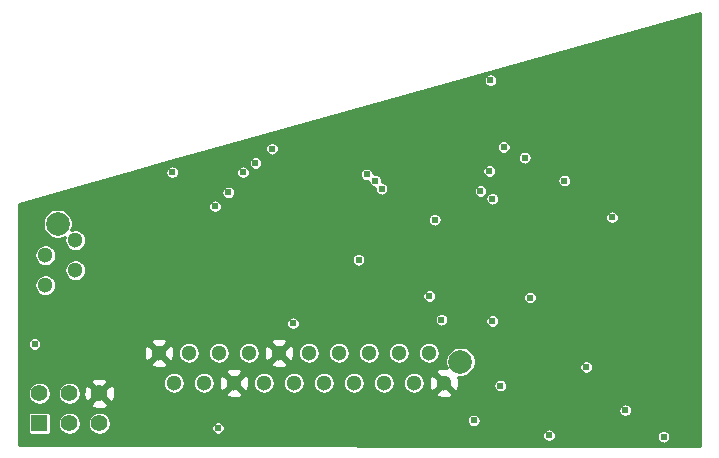
<source format=gbr>
G04 #@! TF.GenerationSoftware,KiCad,Pcbnew,(5.1.10-1-10_14)*
G04 #@! TF.CreationDate,2021-10-01T01:12:16-04:00*
G04 #@! TF.ProjectId,throttle,7468726f-7474-46c6-952e-6b696361645f,rev?*
G04 #@! TF.SameCoordinates,Original*
G04 #@! TF.FileFunction,Copper,L3,Inr*
G04 #@! TF.FilePolarity,Positive*
%FSLAX46Y46*%
G04 Gerber Fmt 4.6, Leading zero omitted, Abs format (unit mm)*
G04 Created by KiCad (PCBNEW (5.1.10-1-10_14)) date 2021-10-01 01:12:16*
%MOMM*%
%LPD*%
G01*
G04 APERTURE LIST*
G04 #@! TA.AperFunction,ComponentPad*
%ADD10C,1.300000*%
G04 #@! TD*
G04 #@! TA.AperFunction,ComponentPad*
%ADD11C,2.000000*%
G04 #@! TD*
G04 #@! TA.AperFunction,ComponentPad*
%ADD12C,1.400000*%
G04 #@! TD*
G04 #@! TA.AperFunction,ComponentPad*
%ADD13R,1.400000X1.400000*%
G04 #@! TD*
G04 #@! TA.AperFunction,ViaPad*
%ADD14C,0.609600*%
G04 #@! TD*
G04 #@! TA.AperFunction,Conductor*
%ADD15C,0.254000*%
G04 #@! TD*
G04 #@! TA.AperFunction,Conductor*
%ADD16C,0.100000*%
G04 #@! TD*
G04 APERTURE END LIST*
D10*
X174650000Y-82360000D03*
X174650000Y-79820000D03*
X172110000Y-81090000D03*
X172110000Y-83630000D03*
D11*
X173150000Y-78420000D03*
D10*
X200775000Y-91900000D03*
X203315000Y-91900000D03*
X205855000Y-91900000D03*
X198235000Y-91900000D03*
X204585000Y-89360000D03*
X202045000Y-89360000D03*
X199505000Y-89360000D03*
X196965000Y-89360000D03*
X195695000Y-91900000D03*
X194425000Y-89360000D03*
X193155000Y-91900000D03*
X191885000Y-89360000D03*
X190615000Y-91900000D03*
X189345000Y-89360000D03*
X188075000Y-91900000D03*
X186805000Y-89360000D03*
X185535000Y-91900000D03*
X184265000Y-89360000D03*
X182995000Y-91900000D03*
X181725000Y-89360000D03*
D11*
X207255000Y-90100000D03*
D12*
X176680000Y-92785000D03*
X176680000Y-95325000D03*
X174140000Y-92785000D03*
X174140000Y-95325000D03*
X171600000Y-92785000D03*
D13*
X171600000Y-95325000D03*
D14*
X221300000Y-96450000D03*
X201125000Y-69550000D03*
X201150000Y-71750000D03*
X181600000Y-82300000D03*
X190500000Y-82300000D03*
X183925000Y-95900000D03*
X187867657Y-84857343D03*
X216775000Y-65225000D03*
X216100000Y-68270000D03*
X216525000Y-91575000D03*
X213825000Y-91600000D03*
X212700000Y-71975000D03*
X189650000Y-84150000D03*
X180625000Y-74700000D03*
X197400000Y-84975000D03*
X186775000Y-94225000D03*
X191075000Y-95450000D03*
X216050000Y-74770000D03*
X220090000Y-77870000D03*
X199325000Y-74250000D03*
X182850000Y-74075000D03*
X213150000Y-84675000D03*
X187600000Y-75775000D03*
X186475000Y-76950000D03*
X204616590Y-84547838D03*
X193075000Y-86850000D03*
X198625000Y-81475000D03*
X212700000Y-72825000D03*
X200575000Y-75450000D03*
X209800000Y-66275000D03*
X200050000Y-74775000D03*
X171200000Y-88600000D03*
X209950000Y-86650000D03*
X191300000Y-72075000D03*
X221200000Y-94225000D03*
X189900000Y-73275809D03*
X188850000Y-74075000D03*
X210625000Y-92122710D03*
X214750000Y-96325000D03*
X217900000Y-90547040D03*
X208375000Y-95075000D03*
X224450000Y-96450000D03*
X205650000Y-86550000D03*
X186725000Y-95725000D03*
X209700000Y-73950000D03*
X208950000Y-75650000D03*
X205075000Y-78083400D03*
X210922799Y-71922000D03*
X209950000Y-76300000D03*
D15*
X227535057Y-97207236D02*
X169848200Y-97182165D01*
X169848200Y-94625000D01*
X170619249Y-94625000D01*
X170619249Y-96025000D01*
X170624644Y-96079772D01*
X170640620Y-96132439D01*
X170666564Y-96180977D01*
X170701479Y-96223521D01*
X170744023Y-96258436D01*
X170792561Y-96284380D01*
X170845228Y-96300356D01*
X170900000Y-96305751D01*
X172300000Y-96305751D01*
X172354772Y-96300356D01*
X172407439Y-96284380D01*
X172455977Y-96258436D01*
X172498521Y-96223521D01*
X172533436Y-96180977D01*
X172559380Y-96132439D01*
X172575356Y-96079772D01*
X172580751Y-96025000D01*
X172580751Y-95228538D01*
X173160600Y-95228538D01*
X173160600Y-95421462D01*
X173198238Y-95610680D01*
X173272067Y-95788920D01*
X173379250Y-95949331D01*
X173515669Y-96085750D01*
X173676080Y-96192933D01*
X173854320Y-96266762D01*
X174043538Y-96304400D01*
X174236462Y-96304400D01*
X174425680Y-96266762D01*
X174603920Y-96192933D01*
X174764331Y-96085750D01*
X174900750Y-95949331D01*
X175007933Y-95788920D01*
X175081762Y-95610680D01*
X175119400Y-95421462D01*
X175119400Y-95228538D01*
X175700600Y-95228538D01*
X175700600Y-95421462D01*
X175738238Y-95610680D01*
X175812067Y-95788920D01*
X175919250Y-95949331D01*
X176055669Y-96085750D01*
X176216080Y-96192933D01*
X176394320Y-96266762D01*
X176583538Y-96304400D01*
X176776462Y-96304400D01*
X176965680Y-96266762D01*
X177143920Y-96192933D01*
X177304331Y-96085750D01*
X177440750Y-95949331D01*
X177547933Y-95788920D01*
X177598242Y-95667461D01*
X186140800Y-95667461D01*
X186140800Y-95782539D01*
X186163250Y-95895405D01*
X186207288Y-96001723D01*
X186271222Y-96097406D01*
X186352594Y-96178778D01*
X186448277Y-96242712D01*
X186554595Y-96286750D01*
X186667461Y-96309200D01*
X186782539Y-96309200D01*
X186895405Y-96286750D01*
X186941973Y-96267461D01*
X214165800Y-96267461D01*
X214165800Y-96382539D01*
X214188250Y-96495405D01*
X214232288Y-96601723D01*
X214296222Y-96697406D01*
X214377594Y-96778778D01*
X214473277Y-96842712D01*
X214579595Y-96886750D01*
X214692461Y-96909200D01*
X214807539Y-96909200D01*
X214920405Y-96886750D01*
X215026723Y-96842712D01*
X215122406Y-96778778D01*
X215203778Y-96697406D01*
X215267712Y-96601723D01*
X215311750Y-96495405D01*
X215332226Y-96392461D01*
X223865800Y-96392461D01*
X223865800Y-96507539D01*
X223888250Y-96620405D01*
X223932288Y-96726723D01*
X223996222Y-96822406D01*
X224077594Y-96903778D01*
X224173277Y-96967712D01*
X224279595Y-97011750D01*
X224392461Y-97034200D01*
X224507539Y-97034200D01*
X224620405Y-97011750D01*
X224726723Y-96967712D01*
X224822406Y-96903778D01*
X224903778Y-96822406D01*
X224967712Y-96726723D01*
X225011750Y-96620405D01*
X225034200Y-96507539D01*
X225034200Y-96392461D01*
X225011750Y-96279595D01*
X224967712Y-96173277D01*
X224903778Y-96077594D01*
X224822406Y-95996222D01*
X224726723Y-95932288D01*
X224620405Y-95888250D01*
X224507539Y-95865800D01*
X224392461Y-95865800D01*
X224279595Y-95888250D01*
X224173277Y-95932288D01*
X224077594Y-95996222D01*
X223996222Y-96077594D01*
X223932288Y-96173277D01*
X223888250Y-96279595D01*
X223865800Y-96392461D01*
X215332226Y-96392461D01*
X215334200Y-96382539D01*
X215334200Y-96267461D01*
X215311750Y-96154595D01*
X215267712Y-96048277D01*
X215203778Y-95952594D01*
X215122406Y-95871222D01*
X215026723Y-95807288D01*
X214920405Y-95763250D01*
X214807539Y-95740800D01*
X214692461Y-95740800D01*
X214579595Y-95763250D01*
X214473277Y-95807288D01*
X214377594Y-95871222D01*
X214296222Y-95952594D01*
X214232288Y-96048277D01*
X214188250Y-96154595D01*
X214165800Y-96267461D01*
X186941973Y-96267461D01*
X187001723Y-96242712D01*
X187097406Y-96178778D01*
X187178778Y-96097406D01*
X187242712Y-96001723D01*
X187286750Y-95895405D01*
X187309200Y-95782539D01*
X187309200Y-95667461D01*
X187286750Y-95554595D01*
X187242712Y-95448277D01*
X187178778Y-95352594D01*
X187097406Y-95271222D01*
X187001723Y-95207288D01*
X186895405Y-95163250D01*
X186782539Y-95140800D01*
X186667461Y-95140800D01*
X186554595Y-95163250D01*
X186448277Y-95207288D01*
X186352594Y-95271222D01*
X186271222Y-95352594D01*
X186207288Y-95448277D01*
X186163250Y-95554595D01*
X186140800Y-95667461D01*
X177598242Y-95667461D01*
X177621762Y-95610680D01*
X177659400Y-95421462D01*
X177659400Y-95228538D01*
X177621762Y-95039320D01*
X177612708Y-95017461D01*
X207790800Y-95017461D01*
X207790800Y-95132539D01*
X207813250Y-95245405D01*
X207857288Y-95351723D01*
X207921222Y-95447406D01*
X208002594Y-95528778D01*
X208098277Y-95592712D01*
X208204595Y-95636750D01*
X208317461Y-95659200D01*
X208432539Y-95659200D01*
X208545405Y-95636750D01*
X208651723Y-95592712D01*
X208747406Y-95528778D01*
X208828778Y-95447406D01*
X208892712Y-95351723D01*
X208936750Y-95245405D01*
X208959200Y-95132539D01*
X208959200Y-95017461D01*
X208936750Y-94904595D01*
X208892712Y-94798277D01*
X208828778Y-94702594D01*
X208747406Y-94621222D01*
X208651723Y-94557288D01*
X208545405Y-94513250D01*
X208432539Y-94490800D01*
X208317461Y-94490800D01*
X208204595Y-94513250D01*
X208098277Y-94557288D01*
X208002594Y-94621222D01*
X207921222Y-94702594D01*
X207857288Y-94798277D01*
X207813250Y-94904595D01*
X207790800Y-95017461D01*
X177612708Y-95017461D01*
X177547933Y-94861080D01*
X177440750Y-94700669D01*
X177304331Y-94564250D01*
X177143920Y-94457067D01*
X176965680Y-94383238D01*
X176776462Y-94345600D01*
X176583538Y-94345600D01*
X176394320Y-94383238D01*
X176216080Y-94457067D01*
X176055669Y-94564250D01*
X175919250Y-94700669D01*
X175812067Y-94861080D01*
X175738238Y-95039320D01*
X175700600Y-95228538D01*
X175119400Y-95228538D01*
X175081762Y-95039320D01*
X175007933Y-94861080D01*
X174900750Y-94700669D01*
X174764331Y-94564250D01*
X174603920Y-94457067D01*
X174425680Y-94383238D01*
X174236462Y-94345600D01*
X174043538Y-94345600D01*
X173854320Y-94383238D01*
X173676080Y-94457067D01*
X173515669Y-94564250D01*
X173379250Y-94700669D01*
X173272067Y-94861080D01*
X173198238Y-95039320D01*
X173160600Y-95228538D01*
X172580751Y-95228538D01*
X172580751Y-94625000D01*
X172575356Y-94570228D01*
X172559380Y-94517561D01*
X172533436Y-94469023D01*
X172498521Y-94426479D01*
X172455977Y-94391564D01*
X172407439Y-94365620D01*
X172354772Y-94349644D01*
X172300000Y-94344249D01*
X170900000Y-94344249D01*
X170845228Y-94349644D01*
X170792561Y-94365620D01*
X170744023Y-94391564D01*
X170701479Y-94426479D01*
X170666564Y-94469023D01*
X170640620Y-94517561D01*
X170624644Y-94570228D01*
X170619249Y-94625000D01*
X169848200Y-94625000D01*
X169848200Y-94167461D01*
X220615800Y-94167461D01*
X220615800Y-94282539D01*
X220638250Y-94395405D01*
X220682288Y-94501723D01*
X220746222Y-94597406D01*
X220827594Y-94678778D01*
X220923277Y-94742712D01*
X221029595Y-94786750D01*
X221142461Y-94809200D01*
X221257539Y-94809200D01*
X221370405Y-94786750D01*
X221476723Y-94742712D01*
X221572406Y-94678778D01*
X221653778Y-94597406D01*
X221717712Y-94501723D01*
X221761750Y-94395405D01*
X221784200Y-94282539D01*
X221784200Y-94167461D01*
X221761750Y-94054595D01*
X221717712Y-93948277D01*
X221653778Y-93852594D01*
X221572406Y-93771222D01*
X221476723Y-93707288D01*
X221370405Y-93663250D01*
X221257539Y-93640800D01*
X221142461Y-93640800D01*
X221029595Y-93663250D01*
X220923277Y-93707288D01*
X220827594Y-93771222D01*
X220746222Y-93852594D01*
X220682288Y-93948277D01*
X220638250Y-94054595D01*
X220615800Y-94167461D01*
X169848200Y-94167461D01*
X169848200Y-92688538D01*
X170620600Y-92688538D01*
X170620600Y-92881462D01*
X170658238Y-93070680D01*
X170732067Y-93248920D01*
X170839250Y-93409331D01*
X170975669Y-93545750D01*
X171136080Y-93652933D01*
X171314320Y-93726762D01*
X171503538Y-93764400D01*
X171696462Y-93764400D01*
X171885680Y-93726762D01*
X172063920Y-93652933D01*
X172224331Y-93545750D01*
X172360750Y-93409331D01*
X172467933Y-93248920D01*
X172541762Y-93070680D01*
X172579400Y-92881462D01*
X172579400Y-92688538D01*
X173160600Y-92688538D01*
X173160600Y-92881462D01*
X173198238Y-93070680D01*
X173272067Y-93248920D01*
X173379250Y-93409331D01*
X173515669Y-93545750D01*
X173676080Y-93652933D01*
X173854320Y-93726762D01*
X174043538Y-93764400D01*
X174236462Y-93764400D01*
X174425680Y-93726762D01*
X174475154Y-93706269D01*
X175938336Y-93706269D01*
X175997797Y-93940037D01*
X176236242Y-94050934D01*
X176491740Y-94113183D01*
X176754473Y-94124390D01*
X177014344Y-94084125D01*
X177261366Y-93993935D01*
X177362203Y-93940037D01*
X177421664Y-93706269D01*
X176680000Y-92964605D01*
X175938336Y-93706269D01*
X174475154Y-93706269D01*
X174603920Y-93652933D01*
X174764331Y-93545750D01*
X174900750Y-93409331D01*
X175007933Y-93248920D01*
X175081762Y-93070680D01*
X175119400Y-92881462D01*
X175119400Y-92859473D01*
X175340610Y-92859473D01*
X175380875Y-93119344D01*
X175471065Y-93366366D01*
X175524963Y-93467203D01*
X175758731Y-93526664D01*
X176500395Y-92785000D01*
X176859605Y-92785000D01*
X177601269Y-93526664D01*
X177835037Y-93467203D01*
X177945934Y-93228758D01*
X178008183Y-92973260D01*
X178019390Y-92710527D01*
X177979125Y-92450656D01*
X177888935Y-92203634D01*
X177835037Y-92102797D01*
X177601269Y-92043336D01*
X176859605Y-92785000D01*
X176500395Y-92785000D01*
X175758731Y-92043336D01*
X175524963Y-92102797D01*
X175414066Y-92341242D01*
X175351817Y-92596740D01*
X175340610Y-92859473D01*
X175119400Y-92859473D01*
X175119400Y-92688538D01*
X175081762Y-92499320D01*
X175007933Y-92321080D01*
X174900750Y-92160669D01*
X174764331Y-92024250D01*
X174603920Y-91917067D01*
X174475155Y-91863731D01*
X175938336Y-91863731D01*
X176680000Y-92605395D01*
X177421664Y-91863731D01*
X177407606Y-91808462D01*
X182065600Y-91808462D01*
X182065600Y-91991538D01*
X182101316Y-92171096D01*
X182171376Y-92340236D01*
X182273088Y-92492458D01*
X182402542Y-92621912D01*
X182554764Y-92723624D01*
X182723904Y-92793684D01*
X182903462Y-92829400D01*
X183086538Y-92829400D01*
X183266096Y-92793684D01*
X183435236Y-92723624D01*
X183587458Y-92621912D01*
X183716912Y-92492458D01*
X183818624Y-92340236D01*
X183888684Y-92171096D01*
X183924400Y-91991538D01*
X183924400Y-91808462D01*
X184605600Y-91808462D01*
X184605600Y-91991538D01*
X184641316Y-92171096D01*
X184711376Y-92340236D01*
X184813088Y-92492458D01*
X184942542Y-92621912D01*
X185094764Y-92723624D01*
X185263904Y-92793684D01*
X185443462Y-92829400D01*
X185626538Y-92829400D01*
X185806096Y-92793684D01*
X185825788Y-92785527D01*
X187369078Y-92785527D01*
X187422466Y-93014201D01*
X187652374Y-93120095D01*
X187898524Y-93179102D01*
X188151455Y-93188952D01*
X188401449Y-93149270D01*
X188638896Y-93061578D01*
X188727534Y-93014201D01*
X188780922Y-92785527D01*
X188075000Y-92079605D01*
X187369078Y-92785527D01*
X185825788Y-92785527D01*
X185975236Y-92723624D01*
X186127458Y-92621912D01*
X186256912Y-92492458D01*
X186358624Y-92340236D01*
X186428684Y-92171096D01*
X186464400Y-91991538D01*
X186464400Y-91976455D01*
X186786048Y-91976455D01*
X186825730Y-92226449D01*
X186913422Y-92463896D01*
X186960799Y-92552534D01*
X187189473Y-92605922D01*
X187895395Y-91900000D01*
X188254605Y-91900000D01*
X188960527Y-92605922D01*
X189189201Y-92552534D01*
X189295095Y-92322626D01*
X189354102Y-92076476D01*
X189363952Y-91823545D01*
X189361558Y-91808462D01*
X189685600Y-91808462D01*
X189685600Y-91991538D01*
X189721316Y-92171096D01*
X189791376Y-92340236D01*
X189893088Y-92492458D01*
X190022542Y-92621912D01*
X190174764Y-92723624D01*
X190343904Y-92793684D01*
X190523462Y-92829400D01*
X190706538Y-92829400D01*
X190886096Y-92793684D01*
X191055236Y-92723624D01*
X191207458Y-92621912D01*
X191336912Y-92492458D01*
X191438624Y-92340236D01*
X191508684Y-92171096D01*
X191544400Y-91991538D01*
X191544400Y-91808462D01*
X192225600Y-91808462D01*
X192225600Y-91991538D01*
X192261316Y-92171096D01*
X192331376Y-92340236D01*
X192433088Y-92492458D01*
X192562542Y-92621912D01*
X192714764Y-92723624D01*
X192883904Y-92793684D01*
X193063462Y-92829400D01*
X193246538Y-92829400D01*
X193426096Y-92793684D01*
X193595236Y-92723624D01*
X193747458Y-92621912D01*
X193876912Y-92492458D01*
X193978624Y-92340236D01*
X194048684Y-92171096D01*
X194084400Y-91991538D01*
X194084400Y-91808462D01*
X194765600Y-91808462D01*
X194765600Y-91991538D01*
X194801316Y-92171096D01*
X194871376Y-92340236D01*
X194973088Y-92492458D01*
X195102542Y-92621912D01*
X195254764Y-92723624D01*
X195423904Y-92793684D01*
X195603462Y-92829400D01*
X195786538Y-92829400D01*
X195966096Y-92793684D01*
X196135236Y-92723624D01*
X196287458Y-92621912D01*
X196416912Y-92492458D01*
X196518624Y-92340236D01*
X196588684Y-92171096D01*
X196624400Y-91991538D01*
X196624400Y-91808462D01*
X197305600Y-91808462D01*
X197305600Y-91991538D01*
X197341316Y-92171096D01*
X197411376Y-92340236D01*
X197513088Y-92492458D01*
X197642542Y-92621912D01*
X197794764Y-92723624D01*
X197963904Y-92793684D01*
X198143462Y-92829400D01*
X198326538Y-92829400D01*
X198506096Y-92793684D01*
X198675236Y-92723624D01*
X198827458Y-92621912D01*
X198956912Y-92492458D01*
X199058624Y-92340236D01*
X199128684Y-92171096D01*
X199164400Y-91991538D01*
X199164400Y-91808462D01*
X199845600Y-91808462D01*
X199845600Y-91991538D01*
X199881316Y-92171096D01*
X199951376Y-92340236D01*
X200053088Y-92492458D01*
X200182542Y-92621912D01*
X200334764Y-92723624D01*
X200503904Y-92793684D01*
X200683462Y-92829400D01*
X200866538Y-92829400D01*
X201046096Y-92793684D01*
X201215236Y-92723624D01*
X201367458Y-92621912D01*
X201496912Y-92492458D01*
X201598624Y-92340236D01*
X201668684Y-92171096D01*
X201704400Y-91991538D01*
X201704400Y-91808462D01*
X202385600Y-91808462D01*
X202385600Y-91991538D01*
X202421316Y-92171096D01*
X202491376Y-92340236D01*
X202593088Y-92492458D01*
X202722542Y-92621912D01*
X202874764Y-92723624D01*
X203043904Y-92793684D01*
X203223462Y-92829400D01*
X203406538Y-92829400D01*
X203586096Y-92793684D01*
X203605788Y-92785527D01*
X205149078Y-92785527D01*
X205202466Y-93014201D01*
X205432374Y-93120095D01*
X205678524Y-93179102D01*
X205931455Y-93188952D01*
X206181449Y-93149270D01*
X206418896Y-93061578D01*
X206507534Y-93014201D01*
X206560922Y-92785527D01*
X205855000Y-92079605D01*
X205149078Y-92785527D01*
X203605788Y-92785527D01*
X203755236Y-92723624D01*
X203907458Y-92621912D01*
X204036912Y-92492458D01*
X204138624Y-92340236D01*
X204208684Y-92171096D01*
X204244400Y-91991538D01*
X204244400Y-91976455D01*
X204566048Y-91976455D01*
X204605730Y-92226449D01*
X204693422Y-92463896D01*
X204740799Y-92552534D01*
X204969473Y-92605922D01*
X205675395Y-91900000D01*
X204969473Y-91194078D01*
X204740799Y-91247466D01*
X204634905Y-91477374D01*
X204575898Y-91723524D01*
X204566048Y-91976455D01*
X204244400Y-91976455D01*
X204244400Y-91808462D01*
X204208684Y-91628904D01*
X204138624Y-91459764D01*
X204036912Y-91307542D01*
X203907458Y-91178088D01*
X203755236Y-91076376D01*
X203605789Y-91014473D01*
X205149078Y-91014473D01*
X205855000Y-91720395D01*
X205869143Y-91706253D01*
X206048748Y-91885858D01*
X206034605Y-91900000D01*
X206740527Y-92605922D01*
X206969201Y-92552534D01*
X207075095Y-92322626D01*
X207134102Y-92076476D01*
X207134542Y-92065171D01*
X210040800Y-92065171D01*
X210040800Y-92180249D01*
X210063250Y-92293115D01*
X210107288Y-92399433D01*
X210171222Y-92495116D01*
X210252594Y-92576488D01*
X210348277Y-92640422D01*
X210454595Y-92684460D01*
X210567461Y-92706910D01*
X210682539Y-92706910D01*
X210795405Y-92684460D01*
X210901723Y-92640422D01*
X210997406Y-92576488D01*
X211078778Y-92495116D01*
X211142712Y-92399433D01*
X211186750Y-92293115D01*
X211209200Y-92180249D01*
X211209200Y-92065171D01*
X211186750Y-91952305D01*
X211142712Y-91845987D01*
X211078778Y-91750304D01*
X210997406Y-91668932D01*
X210901723Y-91604998D01*
X210795405Y-91560960D01*
X210682539Y-91538510D01*
X210567461Y-91538510D01*
X210454595Y-91560960D01*
X210348277Y-91604998D01*
X210252594Y-91668932D01*
X210171222Y-91750304D01*
X210107288Y-91845987D01*
X210063250Y-91952305D01*
X210040800Y-92065171D01*
X207134542Y-92065171D01*
X207143952Y-91823545D01*
X207104270Y-91573551D01*
X207024923Y-91358700D01*
X207128990Y-91379400D01*
X207381010Y-91379400D01*
X207628187Y-91330233D01*
X207861023Y-91233789D01*
X208070570Y-91093775D01*
X208248775Y-90915570D01*
X208388789Y-90706023D01*
X208478475Y-90489501D01*
X217315800Y-90489501D01*
X217315800Y-90604579D01*
X217338250Y-90717445D01*
X217382288Y-90823763D01*
X217446222Y-90919446D01*
X217527594Y-91000818D01*
X217623277Y-91064752D01*
X217729595Y-91108790D01*
X217842461Y-91131240D01*
X217957539Y-91131240D01*
X218070405Y-91108790D01*
X218176723Y-91064752D01*
X218272406Y-91000818D01*
X218353778Y-90919446D01*
X218417712Y-90823763D01*
X218461750Y-90717445D01*
X218484200Y-90604579D01*
X218484200Y-90489501D01*
X218461750Y-90376635D01*
X218417712Y-90270317D01*
X218353778Y-90174634D01*
X218272406Y-90093262D01*
X218176723Y-90029328D01*
X218070405Y-89985290D01*
X217957539Y-89962840D01*
X217842461Y-89962840D01*
X217729595Y-89985290D01*
X217623277Y-90029328D01*
X217527594Y-90093262D01*
X217446222Y-90174634D01*
X217382288Y-90270317D01*
X217338250Y-90376635D01*
X217315800Y-90489501D01*
X208478475Y-90489501D01*
X208485233Y-90473187D01*
X208534400Y-90226010D01*
X208534400Y-89973990D01*
X208485233Y-89726813D01*
X208388789Y-89493977D01*
X208248775Y-89284430D01*
X208070570Y-89106225D01*
X207861023Y-88966211D01*
X207628187Y-88869767D01*
X207381010Y-88820600D01*
X207128990Y-88820600D01*
X206881813Y-88869767D01*
X206648977Y-88966211D01*
X206439430Y-89106225D01*
X206261225Y-89284430D01*
X206121211Y-89493977D01*
X206024767Y-89726813D01*
X205975600Y-89973990D01*
X205975600Y-90226010D01*
X206024767Y-90473187D01*
X206091956Y-90635396D01*
X206031476Y-90620898D01*
X205778545Y-90611048D01*
X205528551Y-90650730D01*
X205291104Y-90738422D01*
X205202466Y-90785799D01*
X205149078Y-91014473D01*
X203605789Y-91014473D01*
X203586096Y-91006316D01*
X203406538Y-90970600D01*
X203223462Y-90970600D01*
X203043904Y-91006316D01*
X202874764Y-91076376D01*
X202722542Y-91178088D01*
X202593088Y-91307542D01*
X202491376Y-91459764D01*
X202421316Y-91628904D01*
X202385600Y-91808462D01*
X201704400Y-91808462D01*
X201668684Y-91628904D01*
X201598624Y-91459764D01*
X201496912Y-91307542D01*
X201367458Y-91178088D01*
X201215236Y-91076376D01*
X201046096Y-91006316D01*
X200866538Y-90970600D01*
X200683462Y-90970600D01*
X200503904Y-91006316D01*
X200334764Y-91076376D01*
X200182542Y-91178088D01*
X200053088Y-91307542D01*
X199951376Y-91459764D01*
X199881316Y-91628904D01*
X199845600Y-91808462D01*
X199164400Y-91808462D01*
X199128684Y-91628904D01*
X199058624Y-91459764D01*
X198956912Y-91307542D01*
X198827458Y-91178088D01*
X198675236Y-91076376D01*
X198506096Y-91006316D01*
X198326538Y-90970600D01*
X198143462Y-90970600D01*
X197963904Y-91006316D01*
X197794764Y-91076376D01*
X197642542Y-91178088D01*
X197513088Y-91307542D01*
X197411376Y-91459764D01*
X197341316Y-91628904D01*
X197305600Y-91808462D01*
X196624400Y-91808462D01*
X196588684Y-91628904D01*
X196518624Y-91459764D01*
X196416912Y-91307542D01*
X196287458Y-91178088D01*
X196135236Y-91076376D01*
X195966096Y-91006316D01*
X195786538Y-90970600D01*
X195603462Y-90970600D01*
X195423904Y-91006316D01*
X195254764Y-91076376D01*
X195102542Y-91178088D01*
X194973088Y-91307542D01*
X194871376Y-91459764D01*
X194801316Y-91628904D01*
X194765600Y-91808462D01*
X194084400Y-91808462D01*
X194048684Y-91628904D01*
X193978624Y-91459764D01*
X193876912Y-91307542D01*
X193747458Y-91178088D01*
X193595236Y-91076376D01*
X193426096Y-91006316D01*
X193246538Y-90970600D01*
X193063462Y-90970600D01*
X192883904Y-91006316D01*
X192714764Y-91076376D01*
X192562542Y-91178088D01*
X192433088Y-91307542D01*
X192331376Y-91459764D01*
X192261316Y-91628904D01*
X192225600Y-91808462D01*
X191544400Y-91808462D01*
X191508684Y-91628904D01*
X191438624Y-91459764D01*
X191336912Y-91307542D01*
X191207458Y-91178088D01*
X191055236Y-91076376D01*
X190886096Y-91006316D01*
X190706538Y-90970600D01*
X190523462Y-90970600D01*
X190343904Y-91006316D01*
X190174764Y-91076376D01*
X190022542Y-91178088D01*
X189893088Y-91307542D01*
X189791376Y-91459764D01*
X189721316Y-91628904D01*
X189685600Y-91808462D01*
X189361558Y-91808462D01*
X189324270Y-91573551D01*
X189236578Y-91336104D01*
X189189201Y-91247466D01*
X188960527Y-91194078D01*
X188254605Y-91900000D01*
X187895395Y-91900000D01*
X187189473Y-91194078D01*
X186960799Y-91247466D01*
X186854905Y-91477374D01*
X186795898Y-91723524D01*
X186786048Y-91976455D01*
X186464400Y-91976455D01*
X186464400Y-91808462D01*
X186428684Y-91628904D01*
X186358624Y-91459764D01*
X186256912Y-91307542D01*
X186127458Y-91178088D01*
X185975236Y-91076376D01*
X185825789Y-91014473D01*
X187369078Y-91014473D01*
X188075000Y-91720395D01*
X188780922Y-91014473D01*
X188727534Y-90785799D01*
X188497626Y-90679905D01*
X188251476Y-90620898D01*
X187998545Y-90611048D01*
X187748551Y-90650730D01*
X187511104Y-90738422D01*
X187422466Y-90785799D01*
X187369078Y-91014473D01*
X185825789Y-91014473D01*
X185806096Y-91006316D01*
X185626538Y-90970600D01*
X185443462Y-90970600D01*
X185263904Y-91006316D01*
X185094764Y-91076376D01*
X184942542Y-91178088D01*
X184813088Y-91307542D01*
X184711376Y-91459764D01*
X184641316Y-91628904D01*
X184605600Y-91808462D01*
X183924400Y-91808462D01*
X183888684Y-91628904D01*
X183818624Y-91459764D01*
X183716912Y-91307542D01*
X183587458Y-91178088D01*
X183435236Y-91076376D01*
X183266096Y-91006316D01*
X183086538Y-90970600D01*
X182903462Y-90970600D01*
X182723904Y-91006316D01*
X182554764Y-91076376D01*
X182402542Y-91178088D01*
X182273088Y-91307542D01*
X182171376Y-91459764D01*
X182101316Y-91628904D01*
X182065600Y-91808462D01*
X177407606Y-91808462D01*
X177362203Y-91629963D01*
X177123758Y-91519066D01*
X176868260Y-91456817D01*
X176605527Y-91445610D01*
X176345656Y-91485875D01*
X176098634Y-91576065D01*
X175997797Y-91629963D01*
X175938336Y-91863731D01*
X174475155Y-91863731D01*
X174425680Y-91843238D01*
X174236462Y-91805600D01*
X174043538Y-91805600D01*
X173854320Y-91843238D01*
X173676080Y-91917067D01*
X173515669Y-92024250D01*
X173379250Y-92160669D01*
X173272067Y-92321080D01*
X173198238Y-92499320D01*
X173160600Y-92688538D01*
X172579400Y-92688538D01*
X172541762Y-92499320D01*
X172467933Y-92321080D01*
X172360750Y-92160669D01*
X172224331Y-92024250D01*
X172063920Y-91917067D01*
X171885680Y-91843238D01*
X171696462Y-91805600D01*
X171503538Y-91805600D01*
X171314320Y-91843238D01*
X171136080Y-91917067D01*
X170975669Y-92024250D01*
X170839250Y-92160669D01*
X170732067Y-92321080D01*
X170658238Y-92499320D01*
X170620600Y-92688538D01*
X169848200Y-92688538D01*
X169848200Y-90245527D01*
X181019078Y-90245527D01*
X181072466Y-90474201D01*
X181302374Y-90580095D01*
X181548524Y-90639102D01*
X181801455Y-90648952D01*
X182051449Y-90609270D01*
X182288896Y-90521578D01*
X182377534Y-90474201D01*
X182430922Y-90245527D01*
X181725000Y-89539605D01*
X181019078Y-90245527D01*
X169848200Y-90245527D01*
X169848200Y-89436455D01*
X180436048Y-89436455D01*
X180475730Y-89686449D01*
X180563422Y-89923896D01*
X180610799Y-90012534D01*
X180839473Y-90065922D01*
X181545395Y-89360000D01*
X181904605Y-89360000D01*
X182610527Y-90065922D01*
X182839201Y-90012534D01*
X182945095Y-89782626D01*
X183004102Y-89536476D01*
X183013952Y-89283545D01*
X183011558Y-89268462D01*
X183335600Y-89268462D01*
X183335600Y-89451538D01*
X183371316Y-89631096D01*
X183441376Y-89800236D01*
X183543088Y-89952458D01*
X183672542Y-90081912D01*
X183824764Y-90183624D01*
X183993904Y-90253684D01*
X184173462Y-90289400D01*
X184356538Y-90289400D01*
X184536096Y-90253684D01*
X184705236Y-90183624D01*
X184857458Y-90081912D01*
X184986912Y-89952458D01*
X185088624Y-89800236D01*
X185158684Y-89631096D01*
X185194400Y-89451538D01*
X185194400Y-89268462D01*
X185875600Y-89268462D01*
X185875600Y-89451538D01*
X185911316Y-89631096D01*
X185981376Y-89800236D01*
X186083088Y-89952458D01*
X186212542Y-90081912D01*
X186364764Y-90183624D01*
X186533904Y-90253684D01*
X186713462Y-90289400D01*
X186896538Y-90289400D01*
X187076096Y-90253684D01*
X187245236Y-90183624D01*
X187397458Y-90081912D01*
X187526912Y-89952458D01*
X187628624Y-89800236D01*
X187698684Y-89631096D01*
X187734400Y-89451538D01*
X187734400Y-89268462D01*
X188415600Y-89268462D01*
X188415600Y-89451538D01*
X188451316Y-89631096D01*
X188521376Y-89800236D01*
X188623088Y-89952458D01*
X188752542Y-90081912D01*
X188904764Y-90183624D01*
X189073904Y-90253684D01*
X189253462Y-90289400D01*
X189436538Y-90289400D01*
X189616096Y-90253684D01*
X189635788Y-90245527D01*
X191179078Y-90245527D01*
X191232466Y-90474201D01*
X191462374Y-90580095D01*
X191708524Y-90639102D01*
X191961455Y-90648952D01*
X192211449Y-90609270D01*
X192448896Y-90521578D01*
X192537534Y-90474201D01*
X192590922Y-90245527D01*
X191885000Y-89539605D01*
X191179078Y-90245527D01*
X189635788Y-90245527D01*
X189785236Y-90183624D01*
X189937458Y-90081912D01*
X190066912Y-89952458D01*
X190168624Y-89800236D01*
X190238684Y-89631096D01*
X190274400Y-89451538D01*
X190274400Y-89436455D01*
X190596048Y-89436455D01*
X190635730Y-89686449D01*
X190723422Y-89923896D01*
X190770799Y-90012534D01*
X190999473Y-90065922D01*
X191705395Y-89360000D01*
X192064605Y-89360000D01*
X192770527Y-90065922D01*
X192999201Y-90012534D01*
X193105095Y-89782626D01*
X193164102Y-89536476D01*
X193173952Y-89283545D01*
X193171558Y-89268462D01*
X193495600Y-89268462D01*
X193495600Y-89451538D01*
X193531316Y-89631096D01*
X193601376Y-89800236D01*
X193703088Y-89952458D01*
X193832542Y-90081912D01*
X193984764Y-90183624D01*
X194153904Y-90253684D01*
X194333462Y-90289400D01*
X194516538Y-90289400D01*
X194696096Y-90253684D01*
X194865236Y-90183624D01*
X195017458Y-90081912D01*
X195146912Y-89952458D01*
X195248624Y-89800236D01*
X195318684Y-89631096D01*
X195354400Y-89451538D01*
X195354400Y-89268462D01*
X196035600Y-89268462D01*
X196035600Y-89451538D01*
X196071316Y-89631096D01*
X196141376Y-89800236D01*
X196243088Y-89952458D01*
X196372542Y-90081912D01*
X196524764Y-90183624D01*
X196693904Y-90253684D01*
X196873462Y-90289400D01*
X197056538Y-90289400D01*
X197236096Y-90253684D01*
X197405236Y-90183624D01*
X197557458Y-90081912D01*
X197686912Y-89952458D01*
X197788624Y-89800236D01*
X197858684Y-89631096D01*
X197894400Y-89451538D01*
X197894400Y-89268462D01*
X198575600Y-89268462D01*
X198575600Y-89451538D01*
X198611316Y-89631096D01*
X198681376Y-89800236D01*
X198783088Y-89952458D01*
X198912542Y-90081912D01*
X199064764Y-90183624D01*
X199233904Y-90253684D01*
X199413462Y-90289400D01*
X199596538Y-90289400D01*
X199776096Y-90253684D01*
X199945236Y-90183624D01*
X200097458Y-90081912D01*
X200226912Y-89952458D01*
X200328624Y-89800236D01*
X200398684Y-89631096D01*
X200434400Y-89451538D01*
X200434400Y-89268462D01*
X201115600Y-89268462D01*
X201115600Y-89451538D01*
X201151316Y-89631096D01*
X201221376Y-89800236D01*
X201323088Y-89952458D01*
X201452542Y-90081912D01*
X201604764Y-90183624D01*
X201773904Y-90253684D01*
X201953462Y-90289400D01*
X202136538Y-90289400D01*
X202316096Y-90253684D01*
X202485236Y-90183624D01*
X202637458Y-90081912D01*
X202766912Y-89952458D01*
X202868624Y-89800236D01*
X202938684Y-89631096D01*
X202974400Y-89451538D01*
X202974400Y-89268462D01*
X203655600Y-89268462D01*
X203655600Y-89451538D01*
X203691316Y-89631096D01*
X203761376Y-89800236D01*
X203863088Y-89952458D01*
X203992542Y-90081912D01*
X204144764Y-90183624D01*
X204313904Y-90253684D01*
X204493462Y-90289400D01*
X204676538Y-90289400D01*
X204856096Y-90253684D01*
X205025236Y-90183624D01*
X205177458Y-90081912D01*
X205306912Y-89952458D01*
X205408624Y-89800236D01*
X205478684Y-89631096D01*
X205514400Y-89451538D01*
X205514400Y-89268462D01*
X205478684Y-89088904D01*
X205408624Y-88919764D01*
X205306912Y-88767542D01*
X205177458Y-88638088D01*
X205025236Y-88536376D01*
X204856096Y-88466316D01*
X204676538Y-88430600D01*
X204493462Y-88430600D01*
X204313904Y-88466316D01*
X204144764Y-88536376D01*
X203992542Y-88638088D01*
X203863088Y-88767542D01*
X203761376Y-88919764D01*
X203691316Y-89088904D01*
X203655600Y-89268462D01*
X202974400Y-89268462D01*
X202938684Y-89088904D01*
X202868624Y-88919764D01*
X202766912Y-88767542D01*
X202637458Y-88638088D01*
X202485236Y-88536376D01*
X202316096Y-88466316D01*
X202136538Y-88430600D01*
X201953462Y-88430600D01*
X201773904Y-88466316D01*
X201604764Y-88536376D01*
X201452542Y-88638088D01*
X201323088Y-88767542D01*
X201221376Y-88919764D01*
X201151316Y-89088904D01*
X201115600Y-89268462D01*
X200434400Y-89268462D01*
X200398684Y-89088904D01*
X200328624Y-88919764D01*
X200226912Y-88767542D01*
X200097458Y-88638088D01*
X199945236Y-88536376D01*
X199776096Y-88466316D01*
X199596538Y-88430600D01*
X199413462Y-88430600D01*
X199233904Y-88466316D01*
X199064764Y-88536376D01*
X198912542Y-88638088D01*
X198783088Y-88767542D01*
X198681376Y-88919764D01*
X198611316Y-89088904D01*
X198575600Y-89268462D01*
X197894400Y-89268462D01*
X197858684Y-89088904D01*
X197788624Y-88919764D01*
X197686912Y-88767542D01*
X197557458Y-88638088D01*
X197405236Y-88536376D01*
X197236096Y-88466316D01*
X197056538Y-88430600D01*
X196873462Y-88430600D01*
X196693904Y-88466316D01*
X196524764Y-88536376D01*
X196372542Y-88638088D01*
X196243088Y-88767542D01*
X196141376Y-88919764D01*
X196071316Y-89088904D01*
X196035600Y-89268462D01*
X195354400Y-89268462D01*
X195318684Y-89088904D01*
X195248624Y-88919764D01*
X195146912Y-88767542D01*
X195017458Y-88638088D01*
X194865236Y-88536376D01*
X194696096Y-88466316D01*
X194516538Y-88430600D01*
X194333462Y-88430600D01*
X194153904Y-88466316D01*
X193984764Y-88536376D01*
X193832542Y-88638088D01*
X193703088Y-88767542D01*
X193601376Y-88919764D01*
X193531316Y-89088904D01*
X193495600Y-89268462D01*
X193171558Y-89268462D01*
X193134270Y-89033551D01*
X193046578Y-88796104D01*
X192999201Y-88707466D01*
X192770527Y-88654078D01*
X192064605Y-89360000D01*
X191705395Y-89360000D01*
X190999473Y-88654078D01*
X190770799Y-88707466D01*
X190664905Y-88937374D01*
X190605898Y-89183524D01*
X190596048Y-89436455D01*
X190274400Y-89436455D01*
X190274400Y-89268462D01*
X190238684Y-89088904D01*
X190168624Y-88919764D01*
X190066912Y-88767542D01*
X189937458Y-88638088D01*
X189785236Y-88536376D01*
X189635789Y-88474473D01*
X191179078Y-88474473D01*
X191885000Y-89180395D01*
X192590922Y-88474473D01*
X192537534Y-88245799D01*
X192307626Y-88139905D01*
X192061476Y-88080898D01*
X191808545Y-88071048D01*
X191558551Y-88110730D01*
X191321104Y-88198422D01*
X191232466Y-88245799D01*
X191179078Y-88474473D01*
X189635789Y-88474473D01*
X189616096Y-88466316D01*
X189436538Y-88430600D01*
X189253462Y-88430600D01*
X189073904Y-88466316D01*
X188904764Y-88536376D01*
X188752542Y-88638088D01*
X188623088Y-88767542D01*
X188521376Y-88919764D01*
X188451316Y-89088904D01*
X188415600Y-89268462D01*
X187734400Y-89268462D01*
X187698684Y-89088904D01*
X187628624Y-88919764D01*
X187526912Y-88767542D01*
X187397458Y-88638088D01*
X187245236Y-88536376D01*
X187076096Y-88466316D01*
X186896538Y-88430600D01*
X186713462Y-88430600D01*
X186533904Y-88466316D01*
X186364764Y-88536376D01*
X186212542Y-88638088D01*
X186083088Y-88767542D01*
X185981376Y-88919764D01*
X185911316Y-89088904D01*
X185875600Y-89268462D01*
X185194400Y-89268462D01*
X185158684Y-89088904D01*
X185088624Y-88919764D01*
X184986912Y-88767542D01*
X184857458Y-88638088D01*
X184705236Y-88536376D01*
X184536096Y-88466316D01*
X184356538Y-88430600D01*
X184173462Y-88430600D01*
X183993904Y-88466316D01*
X183824764Y-88536376D01*
X183672542Y-88638088D01*
X183543088Y-88767542D01*
X183441376Y-88919764D01*
X183371316Y-89088904D01*
X183335600Y-89268462D01*
X183011558Y-89268462D01*
X182974270Y-89033551D01*
X182886578Y-88796104D01*
X182839201Y-88707466D01*
X182610527Y-88654078D01*
X181904605Y-89360000D01*
X181545395Y-89360000D01*
X180839473Y-88654078D01*
X180610799Y-88707466D01*
X180504905Y-88937374D01*
X180445898Y-89183524D01*
X180436048Y-89436455D01*
X169848200Y-89436455D01*
X169848200Y-88542461D01*
X170615800Y-88542461D01*
X170615800Y-88657539D01*
X170638250Y-88770405D01*
X170682288Y-88876723D01*
X170746222Y-88972406D01*
X170827594Y-89053778D01*
X170923277Y-89117712D01*
X171029595Y-89161750D01*
X171142461Y-89184200D01*
X171257539Y-89184200D01*
X171370405Y-89161750D01*
X171476723Y-89117712D01*
X171572406Y-89053778D01*
X171653778Y-88972406D01*
X171717712Y-88876723D01*
X171761750Y-88770405D01*
X171784200Y-88657539D01*
X171784200Y-88542461D01*
X171770677Y-88474473D01*
X181019078Y-88474473D01*
X181725000Y-89180395D01*
X182430922Y-88474473D01*
X182377534Y-88245799D01*
X182147626Y-88139905D01*
X181901476Y-88080898D01*
X181648545Y-88071048D01*
X181398551Y-88110730D01*
X181161104Y-88198422D01*
X181072466Y-88245799D01*
X181019078Y-88474473D01*
X171770677Y-88474473D01*
X171761750Y-88429595D01*
X171717712Y-88323277D01*
X171653778Y-88227594D01*
X171572406Y-88146222D01*
X171476723Y-88082288D01*
X171370405Y-88038250D01*
X171257539Y-88015800D01*
X171142461Y-88015800D01*
X171029595Y-88038250D01*
X170923277Y-88082288D01*
X170827594Y-88146222D01*
X170746222Y-88227594D01*
X170682288Y-88323277D01*
X170638250Y-88429595D01*
X170615800Y-88542461D01*
X169848200Y-88542461D01*
X169848200Y-86792461D01*
X192490800Y-86792461D01*
X192490800Y-86907539D01*
X192513250Y-87020405D01*
X192557288Y-87126723D01*
X192621222Y-87222406D01*
X192702594Y-87303778D01*
X192798277Y-87367712D01*
X192904595Y-87411750D01*
X193017461Y-87434200D01*
X193132539Y-87434200D01*
X193245405Y-87411750D01*
X193351723Y-87367712D01*
X193447406Y-87303778D01*
X193528778Y-87222406D01*
X193592712Y-87126723D01*
X193636750Y-87020405D01*
X193659200Y-86907539D01*
X193659200Y-86792461D01*
X193636750Y-86679595D01*
X193592712Y-86573277D01*
X193538712Y-86492461D01*
X205065800Y-86492461D01*
X205065800Y-86607539D01*
X205088250Y-86720405D01*
X205132288Y-86826723D01*
X205196222Y-86922406D01*
X205277594Y-87003778D01*
X205373277Y-87067712D01*
X205479595Y-87111750D01*
X205592461Y-87134200D01*
X205707539Y-87134200D01*
X205820405Y-87111750D01*
X205926723Y-87067712D01*
X206022406Y-87003778D01*
X206103778Y-86922406D01*
X206167712Y-86826723D01*
X206211750Y-86720405D01*
X206234200Y-86607539D01*
X206234200Y-86592461D01*
X209365800Y-86592461D01*
X209365800Y-86707539D01*
X209388250Y-86820405D01*
X209432288Y-86926723D01*
X209496222Y-87022406D01*
X209577594Y-87103778D01*
X209673277Y-87167712D01*
X209779595Y-87211750D01*
X209892461Y-87234200D01*
X210007539Y-87234200D01*
X210120405Y-87211750D01*
X210226723Y-87167712D01*
X210322406Y-87103778D01*
X210403778Y-87022406D01*
X210467712Y-86926723D01*
X210511750Y-86820405D01*
X210534200Y-86707539D01*
X210534200Y-86592461D01*
X210511750Y-86479595D01*
X210467712Y-86373277D01*
X210403778Y-86277594D01*
X210322406Y-86196222D01*
X210226723Y-86132288D01*
X210120405Y-86088250D01*
X210007539Y-86065800D01*
X209892461Y-86065800D01*
X209779595Y-86088250D01*
X209673277Y-86132288D01*
X209577594Y-86196222D01*
X209496222Y-86277594D01*
X209432288Y-86373277D01*
X209388250Y-86479595D01*
X209365800Y-86592461D01*
X206234200Y-86592461D01*
X206234200Y-86492461D01*
X206211750Y-86379595D01*
X206167712Y-86273277D01*
X206103778Y-86177594D01*
X206022406Y-86096222D01*
X205926723Y-86032288D01*
X205820405Y-85988250D01*
X205707539Y-85965800D01*
X205592461Y-85965800D01*
X205479595Y-85988250D01*
X205373277Y-86032288D01*
X205277594Y-86096222D01*
X205196222Y-86177594D01*
X205132288Y-86273277D01*
X205088250Y-86379595D01*
X205065800Y-86492461D01*
X193538712Y-86492461D01*
X193528778Y-86477594D01*
X193447406Y-86396222D01*
X193351723Y-86332288D01*
X193245405Y-86288250D01*
X193132539Y-86265800D01*
X193017461Y-86265800D01*
X192904595Y-86288250D01*
X192798277Y-86332288D01*
X192702594Y-86396222D01*
X192621222Y-86477594D01*
X192557288Y-86573277D01*
X192513250Y-86679595D01*
X192490800Y-86792461D01*
X169848200Y-86792461D01*
X169848200Y-83538462D01*
X171180600Y-83538462D01*
X171180600Y-83721538D01*
X171216316Y-83901096D01*
X171286376Y-84070236D01*
X171388088Y-84222458D01*
X171517542Y-84351912D01*
X171669764Y-84453624D01*
X171838904Y-84523684D01*
X172018462Y-84559400D01*
X172201538Y-84559400D01*
X172381096Y-84523684D01*
X172461694Y-84490299D01*
X204032390Y-84490299D01*
X204032390Y-84605377D01*
X204054840Y-84718243D01*
X204098878Y-84824561D01*
X204162812Y-84920244D01*
X204244184Y-85001616D01*
X204339867Y-85065550D01*
X204446185Y-85109588D01*
X204559051Y-85132038D01*
X204674129Y-85132038D01*
X204786995Y-85109588D01*
X204893313Y-85065550D01*
X204988996Y-85001616D01*
X205070368Y-84920244D01*
X205134302Y-84824561D01*
X205178340Y-84718243D01*
X205198386Y-84617461D01*
X212565800Y-84617461D01*
X212565800Y-84732539D01*
X212588250Y-84845405D01*
X212632288Y-84951723D01*
X212696222Y-85047406D01*
X212777594Y-85128778D01*
X212873277Y-85192712D01*
X212979595Y-85236750D01*
X213092461Y-85259200D01*
X213207539Y-85259200D01*
X213320405Y-85236750D01*
X213426723Y-85192712D01*
X213522406Y-85128778D01*
X213603778Y-85047406D01*
X213667712Y-84951723D01*
X213711750Y-84845405D01*
X213734200Y-84732539D01*
X213734200Y-84617461D01*
X213711750Y-84504595D01*
X213667712Y-84398277D01*
X213603778Y-84302594D01*
X213522406Y-84221222D01*
X213426723Y-84157288D01*
X213320405Y-84113250D01*
X213207539Y-84090800D01*
X213092461Y-84090800D01*
X212979595Y-84113250D01*
X212873277Y-84157288D01*
X212777594Y-84221222D01*
X212696222Y-84302594D01*
X212632288Y-84398277D01*
X212588250Y-84504595D01*
X212565800Y-84617461D01*
X205198386Y-84617461D01*
X205200790Y-84605377D01*
X205200790Y-84490299D01*
X205178340Y-84377433D01*
X205134302Y-84271115D01*
X205070368Y-84175432D01*
X204988996Y-84094060D01*
X204893313Y-84030126D01*
X204786995Y-83986088D01*
X204674129Y-83963638D01*
X204559051Y-83963638D01*
X204446185Y-83986088D01*
X204339867Y-84030126D01*
X204244184Y-84094060D01*
X204162812Y-84175432D01*
X204098878Y-84271115D01*
X204054840Y-84377433D01*
X204032390Y-84490299D01*
X172461694Y-84490299D01*
X172550236Y-84453624D01*
X172702458Y-84351912D01*
X172831912Y-84222458D01*
X172933624Y-84070236D01*
X173003684Y-83901096D01*
X173039400Y-83721538D01*
X173039400Y-83538462D01*
X173003684Y-83358904D01*
X172933624Y-83189764D01*
X172831912Y-83037542D01*
X172702458Y-82908088D01*
X172550236Y-82806376D01*
X172381096Y-82736316D01*
X172201538Y-82700600D01*
X172018462Y-82700600D01*
X171838904Y-82736316D01*
X171669764Y-82806376D01*
X171517542Y-82908088D01*
X171388088Y-83037542D01*
X171286376Y-83189764D01*
X171216316Y-83358904D01*
X171180600Y-83538462D01*
X169848200Y-83538462D01*
X169848200Y-82268462D01*
X173720600Y-82268462D01*
X173720600Y-82451538D01*
X173756316Y-82631096D01*
X173826376Y-82800236D01*
X173928088Y-82952458D01*
X174057542Y-83081912D01*
X174209764Y-83183624D01*
X174378904Y-83253684D01*
X174558462Y-83289400D01*
X174741538Y-83289400D01*
X174921096Y-83253684D01*
X175090236Y-83183624D01*
X175242458Y-83081912D01*
X175371912Y-82952458D01*
X175473624Y-82800236D01*
X175543684Y-82631096D01*
X175579400Y-82451538D01*
X175579400Y-82268462D01*
X175543684Y-82088904D01*
X175473624Y-81919764D01*
X175371912Y-81767542D01*
X175242458Y-81638088D01*
X175090236Y-81536376D01*
X174921096Y-81466316D01*
X174741538Y-81430600D01*
X174558462Y-81430600D01*
X174378904Y-81466316D01*
X174209764Y-81536376D01*
X174057542Y-81638088D01*
X173928088Y-81767542D01*
X173826376Y-81919764D01*
X173756316Y-82088904D01*
X173720600Y-82268462D01*
X169848200Y-82268462D01*
X169848200Y-80998462D01*
X171180600Y-80998462D01*
X171180600Y-81181538D01*
X171216316Y-81361096D01*
X171286376Y-81530236D01*
X171388088Y-81682458D01*
X171517542Y-81811912D01*
X171669764Y-81913624D01*
X171838904Y-81983684D01*
X172018462Y-82019400D01*
X172201538Y-82019400D01*
X172381096Y-81983684D01*
X172550236Y-81913624D01*
X172702458Y-81811912D01*
X172831912Y-81682458D01*
X172933624Y-81530236D01*
X172980336Y-81417461D01*
X198040800Y-81417461D01*
X198040800Y-81532539D01*
X198063250Y-81645405D01*
X198107288Y-81751723D01*
X198171222Y-81847406D01*
X198252594Y-81928778D01*
X198348277Y-81992712D01*
X198454595Y-82036750D01*
X198567461Y-82059200D01*
X198682539Y-82059200D01*
X198795405Y-82036750D01*
X198901723Y-81992712D01*
X198997406Y-81928778D01*
X199078778Y-81847406D01*
X199142712Y-81751723D01*
X199186750Y-81645405D01*
X199209200Y-81532539D01*
X199209200Y-81417461D01*
X199186750Y-81304595D01*
X199142712Y-81198277D01*
X199078778Y-81102594D01*
X198997406Y-81021222D01*
X198901723Y-80957288D01*
X198795405Y-80913250D01*
X198682539Y-80890800D01*
X198567461Y-80890800D01*
X198454595Y-80913250D01*
X198348277Y-80957288D01*
X198252594Y-81021222D01*
X198171222Y-81102594D01*
X198107288Y-81198277D01*
X198063250Y-81304595D01*
X198040800Y-81417461D01*
X172980336Y-81417461D01*
X173003684Y-81361096D01*
X173039400Y-81181538D01*
X173039400Y-80998462D01*
X173003684Y-80818904D01*
X172933624Y-80649764D01*
X172831912Y-80497542D01*
X172702458Y-80368088D01*
X172550236Y-80266376D01*
X172381096Y-80196316D01*
X172201538Y-80160600D01*
X172018462Y-80160600D01*
X171838904Y-80196316D01*
X171669764Y-80266376D01*
X171517542Y-80368088D01*
X171388088Y-80497542D01*
X171286376Y-80649764D01*
X171216316Y-80818904D01*
X171180600Y-80998462D01*
X169848200Y-80998462D01*
X169848200Y-78293990D01*
X171870600Y-78293990D01*
X171870600Y-78546010D01*
X171919767Y-78793187D01*
X172016211Y-79026023D01*
X172156225Y-79235570D01*
X172334430Y-79413775D01*
X172543977Y-79553789D01*
X172776813Y-79650233D01*
X173023990Y-79699400D01*
X173276010Y-79699400D01*
X173523187Y-79650233D01*
X173755283Y-79554095D01*
X173720600Y-79728462D01*
X173720600Y-79911538D01*
X173756316Y-80091096D01*
X173826376Y-80260236D01*
X173928088Y-80412458D01*
X174057542Y-80541912D01*
X174209764Y-80643624D01*
X174378904Y-80713684D01*
X174558462Y-80749400D01*
X174741538Y-80749400D01*
X174921096Y-80713684D01*
X175090236Y-80643624D01*
X175242458Y-80541912D01*
X175371912Y-80412458D01*
X175473624Y-80260236D01*
X175543684Y-80091096D01*
X175579400Y-79911538D01*
X175579400Y-79728462D01*
X175543684Y-79548904D01*
X175473624Y-79379764D01*
X175371912Y-79227542D01*
X175242458Y-79098088D01*
X175090236Y-78996376D01*
X174921096Y-78926316D01*
X174741538Y-78890600D01*
X174558462Y-78890600D01*
X174378904Y-78926316D01*
X174313944Y-78953223D01*
X174380233Y-78793187D01*
X174429400Y-78546010D01*
X174429400Y-78293990D01*
X174380233Y-78046813D01*
X174371555Y-78025861D01*
X204490800Y-78025861D01*
X204490800Y-78140939D01*
X204513250Y-78253805D01*
X204557288Y-78360123D01*
X204621222Y-78455806D01*
X204702594Y-78537178D01*
X204798277Y-78601112D01*
X204904595Y-78645150D01*
X205017461Y-78667600D01*
X205132539Y-78667600D01*
X205245405Y-78645150D01*
X205351723Y-78601112D01*
X205447406Y-78537178D01*
X205528778Y-78455806D01*
X205592712Y-78360123D01*
X205636750Y-78253805D01*
X205659200Y-78140939D01*
X205659200Y-78025861D01*
X205636750Y-77912995D01*
X205595108Y-77812461D01*
X219505800Y-77812461D01*
X219505800Y-77927539D01*
X219528250Y-78040405D01*
X219572288Y-78146723D01*
X219636222Y-78242406D01*
X219717594Y-78323778D01*
X219813277Y-78387712D01*
X219919595Y-78431750D01*
X220032461Y-78454200D01*
X220147539Y-78454200D01*
X220260405Y-78431750D01*
X220366723Y-78387712D01*
X220462406Y-78323778D01*
X220543778Y-78242406D01*
X220607712Y-78146723D01*
X220651750Y-78040405D01*
X220674200Y-77927539D01*
X220674200Y-77812461D01*
X220651750Y-77699595D01*
X220607712Y-77593277D01*
X220543778Y-77497594D01*
X220462406Y-77416222D01*
X220366723Y-77352288D01*
X220260405Y-77308250D01*
X220147539Y-77285800D01*
X220032461Y-77285800D01*
X219919595Y-77308250D01*
X219813277Y-77352288D01*
X219717594Y-77416222D01*
X219636222Y-77497594D01*
X219572288Y-77593277D01*
X219528250Y-77699595D01*
X219505800Y-77812461D01*
X205595108Y-77812461D01*
X205592712Y-77806677D01*
X205528778Y-77710994D01*
X205447406Y-77629622D01*
X205351723Y-77565688D01*
X205245405Y-77521650D01*
X205132539Y-77499200D01*
X205017461Y-77499200D01*
X204904595Y-77521650D01*
X204798277Y-77565688D01*
X204702594Y-77629622D01*
X204621222Y-77710994D01*
X204557288Y-77806677D01*
X204513250Y-77912995D01*
X204490800Y-78025861D01*
X174371555Y-78025861D01*
X174283789Y-77813977D01*
X174143775Y-77604430D01*
X173965570Y-77426225D01*
X173756023Y-77286211D01*
X173523187Y-77189767D01*
X173276010Y-77140600D01*
X173023990Y-77140600D01*
X172776813Y-77189767D01*
X172543977Y-77286211D01*
X172334430Y-77426225D01*
X172156225Y-77604430D01*
X172016211Y-77813977D01*
X171919767Y-78046813D01*
X171870600Y-78293990D01*
X169848200Y-78293990D01*
X169848200Y-76892461D01*
X185890800Y-76892461D01*
X185890800Y-77007539D01*
X185913250Y-77120405D01*
X185957288Y-77226723D01*
X186021222Y-77322406D01*
X186102594Y-77403778D01*
X186198277Y-77467712D01*
X186304595Y-77511750D01*
X186417461Y-77534200D01*
X186532539Y-77534200D01*
X186645405Y-77511750D01*
X186751723Y-77467712D01*
X186847406Y-77403778D01*
X186928778Y-77322406D01*
X186992712Y-77226723D01*
X187036750Y-77120405D01*
X187059200Y-77007539D01*
X187059200Y-76892461D01*
X187036750Y-76779595D01*
X186992712Y-76673277D01*
X186928778Y-76577594D01*
X186847406Y-76496222D01*
X186751723Y-76432288D01*
X186645405Y-76388250D01*
X186532539Y-76365800D01*
X186417461Y-76365800D01*
X186304595Y-76388250D01*
X186198277Y-76432288D01*
X186102594Y-76496222D01*
X186021222Y-76577594D01*
X185957288Y-76673277D01*
X185913250Y-76779595D01*
X185890800Y-76892461D01*
X169848200Y-76892461D01*
X169848200Y-76716307D01*
X173413073Y-75717461D01*
X187015800Y-75717461D01*
X187015800Y-75832539D01*
X187038250Y-75945405D01*
X187082288Y-76051723D01*
X187146222Y-76147406D01*
X187227594Y-76228778D01*
X187323277Y-76292712D01*
X187429595Y-76336750D01*
X187542461Y-76359200D01*
X187657539Y-76359200D01*
X187770405Y-76336750D01*
X187876723Y-76292712D01*
X187951928Y-76242461D01*
X209365800Y-76242461D01*
X209365800Y-76357539D01*
X209388250Y-76470405D01*
X209432288Y-76576723D01*
X209496222Y-76672406D01*
X209577594Y-76753778D01*
X209673277Y-76817712D01*
X209779595Y-76861750D01*
X209892461Y-76884200D01*
X210007539Y-76884200D01*
X210120405Y-76861750D01*
X210226723Y-76817712D01*
X210322406Y-76753778D01*
X210403778Y-76672406D01*
X210467712Y-76576723D01*
X210511750Y-76470405D01*
X210534200Y-76357539D01*
X210534200Y-76242461D01*
X210511750Y-76129595D01*
X210467712Y-76023277D01*
X210403778Y-75927594D01*
X210322406Y-75846222D01*
X210226723Y-75782288D01*
X210120405Y-75738250D01*
X210007539Y-75715800D01*
X209892461Y-75715800D01*
X209779595Y-75738250D01*
X209673277Y-75782288D01*
X209577594Y-75846222D01*
X209496222Y-75927594D01*
X209432288Y-76023277D01*
X209388250Y-76129595D01*
X209365800Y-76242461D01*
X187951928Y-76242461D01*
X187972406Y-76228778D01*
X188053778Y-76147406D01*
X188117712Y-76051723D01*
X188161750Y-75945405D01*
X188184200Y-75832539D01*
X188184200Y-75717461D01*
X188161750Y-75604595D01*
X188117712Y-75498277D01*
X188053778Y-75402594D01*
X187972406Y-75321222D01*
X187876723Y-75257288D01*
X187770405Y-75213250D01*
X187657539Y-75190800D01*
X187542461Y-75190800D01*
X187429595Y-75213250D01*
X187323277Y-75257288D01*
X187227594Y-75321222D01*
X187146222Y-75402594D01*
X187082288Y-75498277D01*
X187038250Y-75604595D01*
X187015800Y-75717461D01*
X173413073Y-75717461D01*
X179480360Y-74017461D01*
X182265800Y-74017461D01*
X182265800Y-74132539D01*
X182288250Y-74245405D01*
X182332288Y-74351723D01*
X182396222Y-74447406D01*
X182477594Y-74528778D01*
X182573277Y-74592712D01*
X182679595Y-74636750D01*
X182792461Y-74659200D01*
X182907539Y-74659200D01*
X183020405Y-74636750D01*
X183126723Y-74592712D01*
X183222406Y-74528778D01*
X183303778Y-74447406D01*
X183367712Y-74351723D01*
X183411750Y-74245405D01*
X183434200Y-74132539D01*
X183434200Y-74017461D01*
X188265800Y-74017461D01*
X188265800Y-74132539D01*
X188288250Y-74245405D01*
X188332288Y-74351723D01*
X188396222Y-74447406D01*
X188477594Y-74528778D01*
X188573277Y-74592712D01*
X188679595Y-74636750D01*
X188792461Y-74659200D01*
X188907539Y-74659200D01*
X189020405Y-74636750D01*
X189126723Y-74592712D01*
X189222406Y-74528778D01*
X189303778Y-74447406D01*
X189367712Y-74351723D01*
X189411750Y-74245405D01*
X189422281Y-74192461D01*
X198740800Y-74192461D01*
X198740800Y-74307539D01*
X198763250Y-74420405D01*
X198807288Y-74526723D01*
X198871222Y-74622406D01*
X198952594Y-74703778D01*
X199048277Y-74767712D01*
X199154595Y-74811750D01*
X199267461Y-74834200D01*
X199382539Y-74834200D01*
X199465800Y-74817639D01*
X199465800Y-74832539D01*
X199488250Y-74945405D01*
X199532288Y-75051723D01*
X199596222Y-75147406D01*
X199677594Y-75228778D01*
X199773277Y-75292712D01*
X199879595Y-75336750D01*
X199992461Y-75359200D01*
X199997416Y-75359200D01*
X199990800Y-75392461D01*
X199990800Y-75507539D01*
X200013250Y-75620405D01*
X200057288Y-75726723D01*
X200121222Y-75822406D01*
X200202594Y-75903778D01*
X200298277Y-75967712D01*
X200404595Y-76011750D01*
X200517461Y-76034200D01*
X200632539Y-76034200D01*
X200745405Y-76011750D01*
X200851723Y-75967712D01*
X200947406Y-75903778D01*
X201028778Y-75822406D01*
X201092712Y-75726723D01*
X201136750Y-75620405D01*
X201142308Y-75592461D01*
X208365800Y-75592461D01*
X208365800Y-75707539D01*
X208388250Y-75820405D01*
X208432288Y-75926723D01*
X208496222Y-76022406D01*
X208577594Y-76103778D01*
X208673277Y-76167712D01*
X208779595Y-76211750D01*
X208892461Y-76234200D01*
X209007539Y-76234200D01*
X209120405Y-76211750D01*
X209226723Y-76167712D01*
X209322406Y-76103778D01*
X209403778Y-76022406D01*
X209467712Y-75926723D01*
X209511750Y-75820405D01*
X209534200Y-75707539D01*
X209534200Y-75592461D01*
X209511750Y-75479595D01*
X209467712Y-75373277D01*
X209403778Y-75277594D01*
X209322406Y-75196222D01*
X209226723Y-75132288D01*
X209120405Y-75088250D01*
X209007539Y-75065800D01*
X208892461Y-75065800D01*
X208779595Y-75088250D01*
X208673277Y-75132288D01*
X208577594Y-75196222D01*
X208496222Y-75277594D01*
X208432288Y-75373277D01*
X208388250Y-75479595D01*
X208365800Y-75592461D01*
X201142308Y-75592461D01*
X201159200Y-75507539D01*
X201159200Y-75392461D01*
X201136750Y-75279595D01*
X201092712Y-75173277D01*
X201028778Y-75077594D01*
X200947406Y-74996222D01*
X200851723Y-74932288D01*
X200745405Y-74888250D01*
X200632539Y-74865800D01*
X200627584Y-74865800D01*
X200634200Y-74832539D01*
X200634200Y-74717461D01*
X200633206Y-74712461D01*
X215465800Y-74712461D01*
X215465800Y-74827539D01*
X215488250Y-74940405D01*
X215532288Y-75046723D01*
X215596222Y-75142406D01*
X215677594Y-75223778D01*
X215773277Y-75287712D01*
X215879595Y-75331750D01*
X215992461Y-75354200D01*
X216107539Y-75354200D01*
X216220405Y-75331750D01*
X216326723Y-75287712D01*
X216422406Y-75223778D01*
X216503778Y-75142406D01*
X216567712Y-75046723D01*
X216611750Y-74940405D01*
X216634200Y-74827539D01*
X216634200Y-74712461D01*
X216611750Y-74599595D01*
X216567712Y-74493277D01*
X216503778Y-74397594D01*
X216422406Y-74316222D01*
X216326723Y-74252288D01*
X216220405Y-74208250D01*
X216107539Y-74185800D01*
X215992461Y-74185800D01*
X215879595Y-74208250D01*
X215773277Y-74252288D01*
X215677594Y-74316222D01*
X215596222Y-74397594D01*
X215532288Y-74493277D01*
X215488250Y-74599595D01*
X215465800Y-74712461D01*
X200633206Y-74712461D01*
X200611750Y-74604595D01*
X200567712Y-74498277D01*
X200503778Y-74402594D01*
X200422406Y-74321222D01*
X200326723Y-74257288D01*
X200220405Y-74213250D01*
X200107539Y-74190800D01*
X199992461Y-74190800D01*
X199909200Y-74207361D01*
X199909200Y-74192461D01*
X199886750Y-74079595D01*
X199842712Y-73973277D01*
X199788712Y-73892461D01*
X209115800Y-73892461D01*
X209115800Y-74007539D01*
X209138250Y-74120405D01*
X209182288Y-74226723D01*
X209246222Y-74322406D01*
X209327594Y-74403778D01*
X209423277Y-74467712D01*
X209529595Y-74511750D01*
X209642461Y-74534200D01*
X209757539Y-74534200D01*
X209870405Y-74511750D01*
X209976723Y-74467712D01*
X210072406Y-74403778D01*
X210153778Y-74322406D01*
X210217712Y-74226723D01*
X210261750Y-74120405D01*
X210284200Y-74007539D01*
X210284200Y-73892461D01*
X210261750Y-73779595D01*
X210217712Y-73673277D01*
X210153778Y-73577594D01*
X210072406Y-73496222D01*
X209976723Y-73432288D01*
X209870405Y-73388250D01*
X209757539Y-73365800D01*
X209642461Y-73365800D01*
X209529595Y-73388250D01*
X209423277Y-73432288D01*
X209327594Y-73496222D01*
X209246222Y-73577594D01*
X209182288Y-73673277D01*
X209138250Y-73779595D01*
X209115800Y-73892461D01*
X199788712Y-73892461D01*
X199778778Y-73877594D01*
X199697406Y-73796222D01*
X199601723Y-73732288D01*
X199495405Y-73688250D01*
X199382539Y-73665800D01*
X199267461Y-73665800D01*
X199154595Y-73688250D01*
X199048277Y-73732288D01*
X198952594Y-73796222D01*
X198871222Y-73877594D01*
X198807288Y-73973277D01*
X198763250Y-74079595D01*
X198740800Y-74192461D01*
X189422281Y-74192461D01*
X189434200Y-74132539D01*
X189434200Y-74017461D01*
X189411750Y-73904595D01*
X189367712Y-73798277D01*
X189303778Y-73702594D01*
X189222406Y-73621222D01*
X189126723Y-73557288D01*
X189020405Y-73513250D01*
X188907539Y-73490800D01*
X188792461Y-73490800D01*
X188679595Y-73513250D01*
X188573277Y-73557288D01*
X188477594Y-73621222D01*
X188396222Y-73702594D01*
X188332288Y-73798277D01*
X188288250Y-73904595D01*
X188265800Y-74017461D01*
X183434200Y-74017461D01*
X183411750Y-73904595D01*
X183367712Y-73798277D01*
X183303778Y-73702594D01*
X183222406Y-73621222D01*
X183126723Y-73557288D01*
X183020405Y-73513250D01*
X182907539Y-73490800D01*
X182792461Y-73490800D01*
X182679595Y-73513250D01*
X182573277Y-73557288D01*
X182477594Y-73621222D01*
X182396222Y-73702594D01*
X182332288Y-73798277D01*
X182288250Y-73904595D01*
X182265800Y-74017461D01*
X179480360Y-74017461D01*
X182332666Y-73218270D01*
X189315800Y-73218270D01*
X189315800Y-73333348D01*
X189338250Y-73446214D01*
X189382288Y-73552532D01*
X189446222Y-73648215D01*
X189527594Y-73729587D01*
X189623277Y-73793521D01*
X189729595Y-73837559D01*
X189842461Y-73860009D01*
X189957539Y-73860009D01*
X190070405Y-73837559D01*
X190176723Y-73793521D01*
X190272406Y-73729587D01*
X190353778Y-73648215D01*
X190417712Y-73552532D01*
X190461750Y-73446214D01*
X190484200Y-73333348D01*
X190484200Y-73218270D01*
X190461750Y-73105404D01*
X190417712Y-72999086D01*
X190353778Y-72903403D01*
X190272406Y-72822031D01*
X190190738Y-72767461D01*
X212115800Y-72767461D01*
X212115800Y-72882539D01*
X212138250Y-72995405D01*
X212182288Y-73101723D01*
X212246222Y-73197406D01*
X212327594Y-73278778D01*
X212423277Y-73342712D01*
X212529595Y-73386750D01*
X212642461Y-73409200D01*
X212757539Y-73409200D01*
X212870405Y-73386750D01*
X212976723Y-73342712D01*
X213072406Y-73278778D01*
X213153778Y-73197406D01*
X213217712Y-73101723D01*
X213261750Y-72995405D01*
X213284200Y-72882539D01*
X213284200Y-72767461D01*
X213261750Y-72654595D01*
X213217712Y-72548277D01*
X213153778Y-72452594D01*
X213072406Y-72371222D01*
X212976723Y-72307288D01*
X212870405Y-72263250D01*
X212757539Y-72240800D01*
X212642461Y-72240800D01*
X212529595Y-72263250D01*
X212423277Y-72307288D01*
X212327594Y-72371222D01*
X212246222Y-72452594D01*
X212182288Y-72548277D01*
X212138250Y-72654595D01*
X212115800Y-72767461D01*
X190190738Y-72767461D01*
X190176723Y-72758097D01*
X190070405Y-72714059D01*
X189957539Y-72691609D01*
X189842461Y-72691609D01*
X189729595Y-72714059D01*
X189623277Y-72758097D01*
X189527594Y-72822031D01*
X189446222Y-72903403D01*
X189382288Y-72999086D01*
X189338250Y-73105404D01*
X189315800Y-73218270D01*
X182332666Y-73218270D01*
X186618344Y-72017461D01*
X190715800Y-72017461D01*
X190715800Y-72132539D01*
X190738250Y-72245405D01*
X190782288Y-72351723D01*
X190846222Y-72447406D01*
X190927594Y-72528778D01*
X191023277Y-72592712D01*
X191129595Y-72636750D01*
X191242461Y-72659200D01*
X191357539Y-72659200D01*
X191470405Y-72636750D01*
X191576723Y-72592712D01*
X191672406Y-72528778D01*
X191753778Y-72447406D01*
X191817712Y-72351723D01*
X191861750Y-72245405D01*
X191884200Y-72132539D01*
X191884200Y-72017461D01*
X191861750Y-71904595D01*
X191845127Y-71864461D01*
X210338599Y-71864461D01*
X210338599Y-71979539D01*
X210361049Y-72092405D01*
X210405087Y-72198723D01*
X210469021Y-72294406D01*
X210550393Y-72375778D01*
X210646076Y-72439712D01*
X210752394Y-72483750D01*
X210865260Y-72506200D01*
X210980338Y-72506200D01*
X211093204Y-72483750D01*
X211199522Y-72439712D01*
X211295205Y-72375778D01*
X211376577Y-72294406D01*
X211440511Y-72198723D01*
X211484549Y-72092405D01*
X211506999Y-71979539D01*
X211506999Y-71864461D01*
X211484549Y-71751595D01*
X211440511Y-71645277D01*
X211376577Y-71549594D01*
X211295205Y-71468222D01*
X211199522Y-71404288D01*
X211093204Y-71360250D01*
X210980338Y-71337800D01*
X210865260Y-71337800D01*
X210752394Y-71360250D01*
X210646076Y-71404288D01*
X210550393Y-71468222D01*
X210469021Y-71549594D01*
X210405087Y-71645277D01*
X210361049Y-71751595D01*
X210338599Y-71864461D01*
X191845127Y-71864461D01*
X191817712Y-71798277D01*
X191753778Y-71702594D01*
X191672406Y-71621222D01*
X191576723Y-71557288D01*
X191470405Y-71513250D01*
X191357539Y-71490800D01*
X191242461Y-71490800D01*
X191129595Y-71513250D01*
X191023277Y-71557288D01*
X190927594Y-71621222D01*
X190846222Y-71702594D01*
X190782288Y-71798277D01*
X190738250Y-71904595D01*
X190715800Y-72017461D01*
X186618344Y-72017461D01*
X207318499Y-66217461D01*
X209215800Y-66217461D01*
X209215800Y-66332539D01*
X209238250Y-66445405D01*
X209282288Y-66551723D01*
X209346222Y-66647406D01*
X209427594Y-66728778D01*
X209523277Y-66792712D01*
X209629595Y-66836750D01*
X209742461Y-66859200D01*
X209857539Y-66859200D01*
X209970405Y-66836750D01*
X210076723Y-66792712D01*
X210172406Y-66728778D01*
X210253778Y-66647406D01*
X210317712Y-66551723D01*
X210361750Y-66445405D01*
X210384200Y-66332539D01*
X210384200Y-66217461D01*
X210361750Y-66104595D01*
X210317712Y-65998277D01*
X210253778Y-65902594D01*
X210172406Y-65821222D01*
X210076723Y-65757288D01*
X209970405Y-65713250D01*
X209857539Y-65690800D01*
X209742461Y-65690800D01*
X209629595Y-65713250D01*
X209523277Y-65757288D01*
X209427594Y-65821222D01*
X209346222Y-65902594D01*
X209282288Y-65998277D01*
X209238250Y-66104595D01*
X209215800Y-66217461D01*
X207318499Y-66217461D01*
X227559862Y-60546011D01*
X227535057Y-97207236D01*
G04 #@! TA.AperFunction,Conductor*
D16*
G36*
X227535057Y-97207236D02*
G01*
X169848200Y-97182165D01*
X169848200Y-94625000D01*
X170619249Y-94625000D01*
X170619249Y-96025000D01*
X170624644Y-96079772D01*
X170640620Y-96132439D01*
X170666564Y-96180977D01*
X170701479Y-96223521D01*
X170744023Y-96258436D01*
X170792561Y-96284380D01*
X170845228Y-96300356D01*
X170900000Y-96305751D01*
X172300000Y-96305751D01*
X172354772Y-96300356D01*
X172407439Y-96284380D01*
X172455977Y-96258436D01*
X172498521Y-96223521D01*
X172533436Y-96180977D01*
X172559380Y-96132439D01*
X172575356Y-96079772D01*
X172580751Y-96025000D01*
X172580751Y-95228538D01*
X173160600Y-95228538D01*
X173160600Y-95421462D01*
X173198238Y-95610680D01*
X173272067Y-95788920D01*
X173379250Y-95949331D01*
X173515669Y-96085750D01*
X173676080Y-96192933D01*
X173854320Y-96266762D01*
X174043538Y-96304400D01*
X174236462Y-96304400D01*
X174425680Y-96266762D01*
X174603920Y-96192933D01*
X174764331Y-96085750D01*
X174900750Y-95949331D01*
X175007933Y-95788920D01*
X175081762Y-95610680D01*
X175119400Y-95421462D01*
X175119400Y-95228538D01*
X175700600Y-95228538D01*
X175700600Y-95421462D01*
X175738238Y-95610680D01*
X175812067Y-95788920D01*
X175919250Y-95949331D01*
X176055669Y-96085750D01*
X176216080Y-96192933D01*
X176394320Y-96266762D01*
X176583538Y-96304400D01*
X176776462Y-96304400D01*
X176965680Y-96266762D01*
X177143920Y-96192933D01*
X177304331Y-96085750D01*
X177440750Y-95949331D01*
X177547933Y-95788920D01*
X177598242Y-95667461D01*
X186140800Y-95667461D01*
X186140800Y-95782539D01*
X186163250Y-95895405D01*
X186207288Y-96001723D01*
X186271222Y-96097406D01*
X186352594Y-96178778D01*
X186448277Y-96242712D01*
X186554595Y-96286750D01*
X186667461Y-96309200D01*
X186782539Y-96309200D01*
X186895405Y-96286750D01*
X186941973Y-96267461D01*
X214165800Y-96267461D01*
X214165800Y-96382539D01*
X214188250Y-96495405D01*
X214232288Y-96601723D01*
X214296222Y-96697406D01*
X214377594Y-96778778D01*
X214473277Y-96842712D01*
X214579595Y-96886750D01*
X214692461Y-96909200D01*
X214807539Y-96909200D01*
X214920405Y-96886750D01*
X215026723Y-96842712D01*
X215122406Y-96778778D01*
X215203778Y-96697406D01*
X215267712Y-96601723D01*
X215311750Y-96495405D01*
X215332226Y-96392461D01*
X223865800Y-96392461D01*
X223865800Y-96507539D01*
X223888250Y-96620405D01*
X223932288Y-96726723D01*
X223996222Y-96822406D01*
X224077594Y-96903778D01*
X224173277Y-96967712D01*
X224279595Y-97011750D01*
X224392461Y-97034200D01*
X224507539Y-97034200D01*
X224620405Y-97011750D01*
X224726723Y-96967712D01*
X224822406Y-96903778D01*
X224903778Y-96822406D01*
X224967712Y-96726723D01*
X225011750Y-96620405D01*
X225034200Y-96507539D01*
X225034200Y-96392461D01*
X225011750Y-96279595D01*
X224967712Y-96173277D01*
X224903778Y-96077594D01*
X224822406Y-95996222D01*
X224726723Y-95932288D01*
X224620405Y-95888250D01*
X224507539Y-95865800D01*
X224392461Y-95865800D01*
X224279595Y-95888250D01*
X224173277Y-95932288D01*
X224077594Y-95996222D01*
X223996222Y-96077594D01*
X223932288Y-96173277D01*
X223888250Y-96279595D01*
X223865800Y-96392461D01*
X215332226Y-96392461D01*
X215334200Y-96382539D01*
X215334200Y-96267461D01*
X215311750Y-96154595D01*
X215267712Y-96048277D01*
X215203778Y-95952594D01*
X215122406Y-95871222D01*
X215026723Y-95807288D01*
X214920405Y-95763250D01*
X214807539Y-95740800D01*
X214692461Y-95740800D01*
X214579595Y-95763250D01*
X214473277Y-95807288D01*
X214377594Y-95871222D01*
X214296222Y-95952594D01*
X214232288Y-96048277D01*
X214188250Y-96154595D01*
X214165800Y-96267461D01*
X186941973Y-96267461D01*
X187001723Y-96242712D01*
X187097406Y-96178778D01*
X187178778Y-96097406D01*
X187242712Y-96001723D01*
X187286750Y-95895405D01*
X187309200Y-95782539D01*
X187309200Y-95667461D01*
X187286750Y-95554595D01*
X187242712Y-95448277D01*
X187178778Y-95352594D01*
X187097406Y-95271222D01*
X187001723Y-95207288D01*
X186895405Y-95163250D01*
X186782539Y-95140800D01*
X186667461Y-95140800D01*
X186554595Y-95163250D01*
X186448277Y-95207288D01*
X186352594Y-95271222D01*
X186271222Y-95352594D01*
X186207288Y-95448277D01*
X186163250Y-95554595D01*
X186140800Y-95667461D01*
X177598242Y-95667461D01*
X177621762Y-95610680D01*
X177659400Y-95421462D01*
X177659400Y-95228538D01*
X177621762Y-95039320D01*
X177612708Y-95017461D01*
X207790800Y-95017461D01*
X207790800Y-95132539D01*
X207813250Y-95245405D01*
X207857288Y-95351723D01*
X207921222Y-95447406D01*
X208002594Y-95528778D01*
X208098277Y-95592712D01*
X208204595Y-95636750D01*
X208317461Y-95659200D01*
X208432539Y-95659200D01*
X208545405Y-95636750D01*
X208651723Y-95592712D01*
X208747406Y-95528778D01*
X208828778Y-95447406D01*
X208892712Y-95351723D01*
X208936750Y-95245405D01*
X208959200Y-95132539D01*
X208959200Y-95017461D01*
X208936750Y-94904595D01*
X208892712Y-94798277D01*
X208828778Y-94702594D01*
X208747406Y-94621222D01*
X208651723Y-94557288D01*
X208545405Y-94513250D01*
X208432539Y-94490800D01*
X208317461Y-94490800D01*
X208204595Y-94513250D01*
X208098277Y-94557288D01*
X208002594Y-94621222D01*
X207921222Y-94702594D01*
X207857288Y-94798277D01*
X207813250Y-94904595D01*
X207790800Y-95017461D01*
X177612708Y-95017461D01*
X177547933Y-94861080D01*
X177440750Y-94700669D01*
X177304331Y-94564250D01*
X177143920Y-94457067D01*
X176965680Y-94383238D01*
X176776462Y-94345600D01*
X176583538Y-94345600D01*
X176394320Y-94383238D01*
X176216080Y-94457067D01*
X176055669Y-94564250D01*
X175919250Y-94700669D01*
X175812067Y-94861080D01*
X175738238Y-95039320D01*
X175700600Y-95228538D01*
X175119400Y-95228538D01*
X175081762Y-95039320D01*
X175007933Y-94861080D01*
X174900750Y-94700669D01*
X174764331Y-94564250D01*
X174603920Y-94457067D01*
X174425680Y-94383238D01*
X174236462Y-94345600D01*
X174043538Y-94345600D01*
X173854320Y-94383238D01*
X173676080Y-94457067D01*
X173515669Y-94564250D01*
X173379250Y-94700669D01*
X173272067Y-94861080D01*
X173198238Y-95039320D01*
X173160600Y-95228538D01*
X172580751Y-95228538D01*
X172580751Y-94625000D01*
X172575356Y-94570228D01*
X172559380Y-94517561D01*
X172533436Y-94469023D01*
X172498521Y-94426479D01*
X172455977Y-94391564D01*
X172407439Y-94365620D01*
X172354772Y-94349644D01*
X172300000Y-94344249D01*
X170900000Y-94344249D01*
X170845228Y-94349644D01*
X170792561Y-94365620D01*
X170744023Y-94391564D01*
X170701479Y-94426479D01*
X170666564Y-94469023D01*
X170640620Y-94517561D01*
X170624644Y-94570228D01*
X170619249Y-94625000D01*
X169848200Y-94625000D01*
X169848200Y-94167461D01*
X220615800Y-94167461D01*
X220615800Y-94282539D01*
X220638250Y-94395405D01*
X220682288Y-94501723D01*
X220746222Y-94597406D01*
X220827594Y-94678778D01*
X220923277Y-94742712D01*
X221029595Y-94786750D01*
X221142461Y-94809200D01*
X221257539Y-94809200D01*
X221370405Y-94786750D01*
X221476723Y-94742712D01*
X221572406Y-94678778D01*
X221653778Y-94597406D01*
X221717712Y-94501723D01*
X221761750Y-94395405D01*
X221784200Y-94282539D01*
X221784200Y-94167461D01*
X221761750Y-94054595D01*
X221717712Y-93948277D01*
X221653778Y-93852594D01*
X221572406Y-93771222D01*
X221476723Y-93707288D01*
X221370405Y-93663250D01*
X221257539Y-93640800D01*
X221142461Y-93640800D01*
X221029595Y-93663250D01*
X220923277Y-93707288D01*
X220827594Y-93771222D01*
X220746222Y-93852594D01*
X220682288Y-93948277D01*
X220638250Y-94054595D01*
X220615800Y-94167461D01*
X169848200Y-94167461D01*
X169848200Y-92688538D01*
X170620600Y-92688538D01*
X170620600Y-92881462D01*
X170658238Y-93070680D01*
X170732067Y-93248920D01*
X170839250Y-93409331D01*
X170975669Y-93545750D01*
X171136080Y-93652933D01*
X171314320Y-93726762D01*
X171503538Y-93764400D01*
X171696462Y-93764400D01*
X171885680Y-93726762D01*
X172063920Y-93652933D01*
X172224331Y-93545750D01*
X172360750Y-93409331D01*
X172467933Y-93248920D01*
X172541762Y-93070680D01*
X172579400Y-92881462D01*
X172579400Y-92688538D01*
X173160600Y-92688538D01*
X173160600Y-92881462D01*
X173198238Y-93070680D01*
X173272067Y-93248920D01*
X173379250Y-93409331D01*
X173515669Y-93545750D01*
X173676080Y-93652933D01*
X173854320Y-93726762D01*
X174043538Y-93764400D01*
X174236462Y-93764400D01*
X174425680Y-93726762D01*
X174475154Y-93706269D01*
X175938336Y-93706269D01*
X175997797Y-93940037D01*
X176236242Y-94050934D01*
X176491740Y-94113183D01*
X176754473Y-94124390D01*
X177014344Y-94084125D01*
X177261366Y-93993935D01*
X177362203Y-93940037D01*
X177421664Y-93706269D01*
X176680000Y-92964605D01*
X175938336Y-93706269D01*
X174475154Y-93706269D01*
X174603920Y-93652933D01*
X174764331Y-93545750D01*
X174900750Y-93409331D01*
X175007933Y-93248920D01*
X175081762Y-93070680D01*
X175119400Y-92881462D01*
X175119400Y-92859473D01*
X175340610Y-92859473D01*
X175380875Y-93119344D01*
X175471065Y-93366366D01*
X175524963Y-93467203D01*
X175758731Y-93526664D01*
X176500395Y-92785000D01*
X176859605Y-92785000D01*
X177601269Y-93526664D01*
X177835037Y-93467203D01*
X177945934Y-93228758D01*
X178008183Y-92973260D01*
X178019390Y-92710527D01*
X177979125Y-92450656D01*
X177888935Y-92203634D01*
X177835037Y-92102797D01*
X177601269Y-92043336D01*
X176859605Y-92785000D01*
X176500395Y-92785000D01*
X175758731Y-92043336D01*
X175524963Y-92102797D01*
X175414066Y-92341242D01*
X175351817Y-92596740D01*
X175340610Y-92859473D01*
X175119400Y-92859473D01*
X175119400Y-92688538D01*
X175081762Y-92499320D01*
X175007933Y-92321080D01*
X174900750Y-92160669D01*
X174764331Y-92024250D01*
X174603920Y-91917067D01*
X174475155Y-91863731D01*
X175938336Y-91863731D01*
X176680000Y-92605395D01*
X177421664Y-91863731D01*
X177407606Y-91808462D01*
X182065600Y-91808462D01*
X182065600Y-91991538D01*
X182101316Y-92171096D01*
X182171376Y-92340236D01*
X182273088Y-92492458D01*
X182402542Y-92621912D01*
X182554764Y-92723624D01*
X182723904Y-92793684D01*
X182903462Y-92829400D01*
X183086538Y-92829400D01*
X183266096Y-92793684D01*
X183435236Y-92723624D01*
X183587458Y-92621912D01*
X183716912Y-92492458D01*
X183818624Y-92340236D01*
X183888684Y-92171096D01*
X183924400Y-91991538D01*
X183924400Y-91808462D01*
X184605600Y-91808462D01*
X184605600Y-91991538D01*
X184641316Y-92171096D01*
X184711376Y-92340236D01*
X184813088Y-92492458D01*
X184942542Y-92621912D01*
X185094764Y-92723624D01*
X185263904Y-92793684D01*
X185443462Y-92829400D01*
X185626538Y-92829400D01*
X185806096Y-92793684D01*
X185825788Y-92785527D01*
X187369078Y-92785527D01*
X187422466Y-93014201D01*
X187652374Y-93120095D01*
X187898524Y-93179102D01*
X188151455Y-93188952D01*
X188401449Y-93149270D01*
X188638896Y-93061578D01*
X188727534Y-93014201D01*
X188780922Y-92785527D01*
X188075000Y-92079605D01*
X187369078Y-92785527D01*
X185825788Y-92785527D01*
X185975236Y-92723624D01*
X186127458Y-92621912D01*
X186256912Y-92492458D01*
X186358624Y-92340236D01*
X186428684Y-92171096D01*
X186464400Y-91991538D01*
X186464400Y-91976455D01*
X186786048Y-91976455D01*
X186825730Y-92226449D01*
X186913422Y-92463896D01*
X186960799Y-92552534D01*
X187189473Y-92605922D01*
X187895395Y-91900000D01*
X188254605Y-91900000D01*
X188960527Y-92605922D01*
X189189201Y-92552534D01*
X189295095Y-92322626D01*
X189354102Y-92076476D01*
X189363952Y-91823545D01*
X189361558Y-91808462D01*
X189685600Y-91808462D01*
X189685600Y-91991538D01*
X189721316Y-92171096D01*
X189791376Y-92340236D01*
X189893088Y-92492458D01*
X190022542Y-92621912D01*
X190174764Y-92723624D01*
X190343904Y-92793684D01*
X190523462Y-92829400D01*
X190706538Y-92829400D01*
X190886096Y-92793684D01*
X191055236Y-92723624D01*
X191207458Y-92621912D01*
X191336912Y-92492458D01*
X191438624Y-92340236D01*
X191508684Y-92171096D01*
X191544400Y-91991538D01*
X191544400Y-91808462D01*
X192225600Y-91808462D01*
X192225600Y-91991538D01*
X192261316Y-92171096D01*
X192331376Y-92340236D01*
X192433088Y-92492458D01*
X192562542Y-92621912D01*
X192714764Y-92723624D01*
X192883904Y-92793684D01*
X193063462Y-92829400D01*
X193246538Y-92829400D01*
X193426096Y-92793684D01*
X193595236Y-92723624D01*
X193747458Y-92621912D01*
X193876912Y-92492458D01*
X193978624Y-92340236D01*
X194048684Y-92171096D01*
X194084400Y-91991538D01*
X194084400Y-91808462D01*
X194765600Y-91808462D01*
X194765600Y-91991538D01*
X194801316Y-92171096D01*
X194871376Y-92340236D01*
X194973088Y-92492458D01*
X195102542Y-92621912D01*
X195254764Y-92723624D01*
X195423904Y-92793684D01*
X195603462Y-92829400D01*
X195786538Y-92829400D01*
X195966096Y-92793684D01*
X196135236Y-92723624D01*
X196287458Y-92621912D01*
X196416912Y-92492458D01*
X196518624Y-92340236D01*
X196588684Y-92171096D01*
X196624400Y-91991538D01*
X196624400Y-91808462D01*
X197305600Y-91808462D01*
X197305600Y-91991538D01*
X197341316Y-92171096D01*
X197411376Y-92340236D01*
X197513088Y-92492458D01*
X197642542Y-92621912D01*
X197794764Y-92723624D01*
X197963904Y-92793684D01*
X198143462Y-92829400D01*
X198326538Y-92829400D01*
X198506096Y-92793684D01*
X198675236Y-92723624D01*
X198827458Y-92621912D01*
X198956912Y-92492458D01*
X199058624Y-92340236D01*
X199128684Y-92171096D01*
X199164400Y-91991538D01*
X199164400Y-91808462D01*
X199845600Y-91808462D01*
X199845600Y-91991538D01*
X199881316Y-92171096D01*
X199951376Y-92340236D01*
X200053088Y-92492458D01*
X200182542Y-92621912D01*
X200334764Y-92723624D01*
X200503904Y-92793684D01*
X200683462Y-92829400D01*
X200866538Y-92829400D01*
X201046096Y-92793684D01*
X201215236Y-92723624D01*
X201367458Y-92621912D01*
X201496912Y-92492458D01*
X201598624Y-92340236D01*
X201668684Y-92171096D01*
X201704400Y-91991538D01*
X201704400Y-91808462D01*
X202385600Y-91808462D01*
X202385600Y-91991538D01*
X202421316Y-92171096D01*
X202491376Y-92340236D01*
X202593088Y-92492458D01*
X202722542Y-92621912D01*
X202874764Y-92723624D01*
X203043904Y-92793684D01*
X203223462Y-92829400D01*
X203406538Y-92829400D01*
X203586096Y-92793684D01*
X203605788Y-92785527D01*
X205149078Y-92785527D01*
X205202466Y-93014201D01*
X205432374Y-93120095D01*
X205678524Y-93179102D01*
X205931455Y-93188952D01*
X206181449Y-93149270D01*
X206418896Y-93061578D01*
X206507534Y-93014201D01*
X206560922Y-92785527D01*
X205855000Y-92079605D01*
X205149078Y-92785527D01*
X203605788Y-92785527D01*
X203755236Y-92723624D01*
X203907458Y-92621912D01*
X204036912Y-92492458D01*
X204138624Y-92340236D01*
X204208684Y-92171096D01*
X204244400Y-91991538D01*
X204244400Y-91976455D01*
X204566048Y-91976455D01*
X204605730Y-92226449D01*
X204693422Y-92463896D01*
X204740799Y-92552534D01*
X204969473Y-92605922D01*
X205675395Y-91900000D01*
X204969473Y-91194078D01*
X204740799Y-91247466D01*
X204634905Y-91477374D01*
X204575898Y-91723524D01*
X204566048Y-91976455D01*
X204244400Y-91976455D01*
X204244400Y-91808462D01*
X204208684Y-91628904D01*
X204138624Y-91459764D01*
X204036912Y-91307542D01*
X203907458Y-91178088D01*
X203755236Y-91076376D01*
X203605789Y-91014473D01*
X205149078Y-91014473D01*
X205855000Y-91720395D01*
X205869143Y-91706253D01*
X206048748Y-91885858D01*
X206034605Y-91900000D01*
X206740527Y-92605922D01*
X206969201Y-92552534D01*
X207075095Y-92322626D01*
X207134102Y-92076476D01*
X207134542Y-92065171D01*
X210040800Y-92065171D01*
X210040800Y-92180249D01*
X210063250Y-92293115D01*
X210107288Y-92399433D01*
X210171222Y-92495116D01*
X210252594Y-92576488D01*
X210348277Y-92640422D01*
X210454595Y-92684460D01*
X210567461Y-92706910D01*
X210682539Y-92706910D01*
X210795405Y-92684460D01*
X210901723Y-92640422D01*
X210997406Y-92576488D01*
X211078778Y-92495116D01*
X211142712Y-92399433D01*
X211186750Y-92293115D01*
X211209200Y-92180249D01*
X211209200Y-92065171D01*
X211186750Y-91952305D01*
X211142712Y-91845987D01*
X211078778Y-91750304D01*
X210997406Y-91668932D01*
X210901723Y-91604998D01*
X210795405Y-91560960D01*
X210682539Y-91538510D01*
X210567461Y-91538510D01*
X210454595Y-91560960D01*
X210348277Y-91604998D01*
X210252594Y-91668932D01*
X210171222Y-91750304D01*
X210107288Y-91845987D01*
X210063250Y-91952305D01*
X210040800Y-92065171D01*
X207134542Y-92065171D01*
X207143952Y-91823545D01*
X207104270Y-91573551D01*
X207024923Y-91358700D01*
X207128990Y-91379400D01*
X207381010Y-91379400D01*
X207628187Y-91330233D01*
X207861023Y-91233789D01*
X208070570Y-91093775D01*
X208248775Y-90915570D01*
X208388789Y-90706023D01*
X208478475Y-90489501D01*
X217315800Y-90489501D01*
X217315800Y-90604579D01*
X217338250Y-90717445D01*
X217382288Y-90823763D01*
X217446222Y-90919446D01*
X217527594Y-91000818D01*
X217623277Y-91064752D01*
X217729595Y-91108790D01*
X217842461Y-91131240D01*
X217957539Y-91131240D01*
X218070405Y-91108790D01*
X218176723Y-91064752D01*
X218272406Y-91000818D01*
X218353778Y-90919446D01*
X218417712Y-90823763D01*
X218461750Y-90717445D01*
X218484200Y-90604579D01*
X218484200Y-90489501D01*
X218461750Y-90376635D01*
X218417712Y-90270317D01*
X218353778Y-90174634D01*
X218272406Y-90093262D01*
X218176723Y-90029328D01*
X218070405Y-89985290D01*
X217957539Y-89962840D01*
X217842461Y-89962840D01*
X217729595Y-89985290D01*
X217623277Y-90029328D01*
X217527594Y-90093262D01*
X217446222Y-90174634D01*
X217382288Y-90270317D01*
X217338250Y-90376635D01*
X217315800Y-90489501D01*
X208478475Y-90489501D01*
X208485233Y-90473187D01*
X208534400Y-90226010D01*
X208534400Y-89973990D01*
X208485233Y-89726813D01*
X208388789Y-89493977D01*
X208248775Y-89284430D01*
X208070570Y-89106225D01*
X207861023Y-88966211D01*
X207628187Y-88869767D01*
X207381010Y-88820600D01*
X207128990Y-88820600D01*
X206881813Y-88869767D01*
X206648977Y-88966211D01*
X206439430Y-89106225D01*
X206261225Y-89284430D01*
X206121211Y-89493977D01*
X206024767Y-89726813D01*
X205975600Y-89973990D01*
X205975600Y-90226010D01*
X206024767Y-90473187D01*
X206091956Y-90635396D01*
X206031476Y-90620898D01*
X205778545Y-90611048D01*
X205528551Y-90650730D01*
X205291104Y-90738422D01*
X205202466Y-90785799D01*
X205149078Y-91014473D01*
X203605789Y-91014473D01*
X203586096Y-91006316D01*
X203406538Y-90970600D01*
X203223462Y-90970600D01*
X203043904Y-91006316D01*
X202874764Y-91076376D01*
X202722542Y-91178088D01*
X202593088Y-91307542D01*
X202491376Y-91459764D01*
X202421316Y-91628904D01*
X202385600Y-91808462D01*
X201704400Y-91808462D01*
X201668684Y-91628904D01*
X201598624Y-91459764D01*
X201496912Y-91307542D01*
X201367458Y-91178088D01*
X201215236Y-91076376D01*
X201046096Y-91006316D01*
X200866538Y-90970600D01*
X200683462Y-90970600D01*
X200503904Y-91006316D01*
X200334764Y-91076376D01*
X200182542Y-91178088D01*
X200053088Y-91307542D01*
X199951376Y-91459764D01*
X199881316Y-91628904D01*
X199845600Y-91808462D01*
X199164400Y-91808462D01*
X199128684Y-91628904D01*
X199058624Y-91459764D01*
X198956912Y-91307542D01*
X198827458Y-91178088D01*
X198675236Y-91076376D01*
X198506096Y-91006316D01*
X198326538Y-90970600D01*
X198143462Y-90970600D01*
X197963904Y-91006316D01*
X197794764Y-91076376D01*
X197642542Y-91178088D01*
X197513088Y-91307542D01*
X197411376Y-91459764D01*
X197341316Y-91628904D01*
X197305600Y-91808462D01*
X196624400Y-91808462D01*
X196588684Y-91628904D01*
X196518624Y-91459764D01*
X196416912Y-91307542D01*
X196287458Y-91178088D01*
X196135236Y-91076376D01*
X195966096Y-91006316D01*
X195786538Y-90970600D01*
X195603462Y-90970600D01*
X195423904Y-91006316D01*
X195254764Y-91076376D01*
X195102542Y-91178088D01*
X194973088Y-91307542D01*
X194871376Y-91459764D01*
X194801316Y-91628904D01*
X194765600Y-91808462D01*
X194084400Y-91808462D01*
X194048684Y-91628904D01*
X193978624Y-91459764D01*
X193876912Y-91307542D01*
X193747458Y-91178088D01*
X193595236Y-91076376D01*
X193426096Y-91006316D01*
X193246538Y-90970600D01*
X193063462Y-90970600D01*
X192883904Y-91006316D01*
X192714764Y-91076376D01*
X192562542Y-91178088D01*
X192433088Y-91307542D01*
X192331376Y-91459764D01*
X192261316Y-91628904D01*
X192225600Y-91808462D01*
X191544400Y-91808462D01*
X191508684Y-91628904D01*
X191438624Y-91459764D01*
X191336912Y-91307542D01*
X191207458Y-91178088D01*
X191055236Y-91076376D01*
X190886096Y-91006316D01*
X190706538Y-90970600D01*
X190523462Y-90970600D01*
X190343904Y-91006316D01*
X190174764Y-91076376D01*
X190022542Y-91178088D01*
X189893088Y-91307542D01*
X189791376Y-91459764D01*
X189721316Y-91628904D01*
X189685600Y-91808462D01*
X189361558Y-91808462D01*
X189324270Y-91573551D01*
X189236578Y-91336104D01*
X189189201Y-91247466D01*
X188960527Y-91194078D01*
X188254605Y-91900000D01*
X187895395Y-91900000D01*
X187189473Y-91194078D01*
X186960799Y-91247466D01*
X186854905Y-91477374D01*
X186795898Y-91723524D01*
X186786048Y-91976455D01*
X186464400Y-91976455D01*
X186464400Y-91808462D01*
X186428684Y-91628904D01*
X186358624Y-91459764D01*
X186256912Y-91307542D01*
X186127458Y-91178088D01*
X185975236Y-91076376D01*
X185825789Y-91014473D01*
X187369078Y-91014473D01*
X188075000Y-91720395D01*
X188780922Y-91014473D01*
X188727534Y-90785799D01*
X188497626Y-90679905D01*
X188251476Y-90620898D01*
X187998545Y-90611048D01*
X187748551Y-90650730D01*
X187511104Y-90738422D01*
X187422466Y-90785799D01*
X187369078Y-91014473D01*
X185825789Y-91014473D01*
X185806096Y-91006316D01*
X185626538Y-90970600D01*
X185443462Y-90970600D01*
X185263904Y-91006316D01*
X185094764Y-91076376D01*
X184942542Y-91178088D01*
X184813088Y-91307542D01*
X184711376Y-91459764D01*
X184641316Y-91628904D01*
X184605600Y-91808462D01*
X183924400Y-91808462D01*
X183888684Y-91628904D01*
X183818624Y-91459764D01*
X183716912Y-91307542D01*
X183587458Y-91178088D01*
X183435236Y-91076376D01*
X183266096Y-91006316D01*
X183086538Y-90970600D01*
X182903462Y-90970600D01*
X182723904Y-91006316D01*
X182554764Y-91076376D01*
X182402542Y-91178088D01*
X182273088Y-91307542D01*
X182171376Y-91459764D01*
X182101316Y-91628904D01*
X182065600Y-91808462D01*
X177407606Y-91808462D01*
X177362203Y-91629963D01*
X177123758Y-91519066D01*
X176868260Y-91456817D01*
X176605527Y-91445610D01*
X176345656Y-91485875D01*
X176098634Y-91576065D01*
X175997797Y-91629963D01*
X175938336Y-91863731D01*
X174475155Y-91863731D01*
X174425680Y-91843238D01*
X174236462Y-91805600D01*
X174043538Y-91805600D01*
X173854320Y-91843238D01*
X173676080Y-91917067D01*
X173515669Y-92024250D01*
X173379250Y-92160669D01*
X173272067Y-92321080D01*
X173198238Y-92499320D01*
X173160600Y-92688538D01*
X172579400Y-92688538D01*
X172541762Y-92499320D01*
X172467933Y-92321080D01*
X172360750Y-92160669D01*
X172224331Y-92024250D01*
X172063920Y-91917067D01*
X171885680Y-91843238D01*
X171696462Y-91805600D01*
X171503538Y-91805600D01*
X171314320Y-91843238D01*
X171136080Y-91917067D01*
X170975669Y-92024250D01*
X170839250Y-92160669D01*
X170732067Y-92321080D01*
X170658238Y-92499320D01*
X170620600Y-92688538D01*
X169848200Y-92688538D01*
X169848200Y-90245527D01*
X181019078Y-90245527D01*
X181072466Y-90474201D01*
X181302374Y-90580095D01*
X181548524Y-90639102D01*
X181801455Y-90648952D01*
X182051449Y-90609270D01*
X182288896Y-90521578D01*
X182377534Y-90474201D01*
X182430922Y-90245527D01*
X181725000Y-89539605D01*
X181019078Y-90245527D01*
X169848200Y-90245527D01*
X169848200Y-89436455D01*
X180436048Y-89436455D01*
X180475730Y-89686449D01*
X180563422Y-89923896D01*
X180610799Y-90012534D01*
X180839473Y-90065922D01*
X181545395Y-89360000D01*
X181904605Y-89360000D01*
X182610527Y-90065922D01*
X182839201Y-90012534D01*
X182945095Y-89782626D01*
X183004102Y-89536476D01*
X183013952Y-89283545D01*
X183011558Y-89268462D01*
X183335600Y-89268462D01*
X183335600Y-89451538D01*
X183371316Y-89631096D01*
X183441376Y-89800236D01*
X183543088Y-89952458D01*
X183672542Y-90081912D01*
X183824764Y-90183624D01*
X183993904Y-90253684D01*
X184173462Y-90289400D01*
X184356538Y-90289400D01*
X184536096Y-90253684D01*
X184705236Y-90183624D01*
X184857458Y-90081912D01*
X184986912Y-89952458D01*
X185088624Y-89800236D01*
X185158684Y-89631096D01*
X185194400Y-89451538D01*
X185194400Y-89268462D01*
X185875600Y-89268462D01*
X185875600Y-89451538D01*
X185911316Y-89631096D01*
X185981376Y-89800236D01*
X186083088Y-89952458D01*
X186212542Y-90081912D01*
X186364764Y-90183624D01*
X186533904Y-90253684D01*
X186713462Y-90289400D01*
X186896538Y-90289400D01*
X187076096Y-90253684D01*
X187245236Y-90183624D01*
X187397458Y-90081912D01*
X187526912Y-89952458D01*
X187628624Y-89800236D01*
X187698684Y-89631096D01*
X187734400Y-89451538D01*
X187734400Y-89268462D01*
X188415600Y-89268462D01*
X188415600Y-89451538D01*
X188451316Y-89631096D01*
X188521376Y-89800236D01*
X188623088Y-89952458D01*
X188752542Y-90081912D01*
X188904764Y-90183624D01*
X189073904Y-90253684D01*
X189253462Y-90289400D01*
X189436538Y-90289400D01*
X189616096Y-90253684D01*
X189635788Y-90245527D01*
X191179078Y-90245527D01*
X191232466Y-90474201D01*
X191462374Y-90580095D01*
X191708524Y-90639102D01*
X191961455Y-90648952D01*
X192211449Y-90609270D01*
X192448896Y-90521578D01*
X192537534Y-90474201D01*
X192590922Y-90245527D01*
X191885000Y-89539605D01*
X191179078Y-90245527D01*
X189635788Y-90245527D01*
X189785236Y-90183624D01*
X189937458Y-90081912D01*
X190066912Y-89952458D01*
X190168624Y-89800236D01*
X190238684Y-89631096D01*
X190274400Y-89451538D01*
X190274400Y-89436455D01*
X190596048Y-89436455D01*
X190635730Y-89686449D01*
X190723422Y-89923896D01*
X190770799Y-90012534D01*
X190999473Y-90065922D01*
X191705395Y-89360000D01*
X192064605Y-89360000D01*
X192770527Y-90065922D01*
X192999201Y-90012534D01*
X193105095Y-89782626D01*
X193164102Y-89536476D01*
X193173952Y-89283545D01*
X193171558Y-89268462D01*
X193495600Y-89268462D01*
X193495600Y-89451538D01*
X193531316Y-89631096D01*
X193601376Y-89800236D01*
X193703088Y-89952458D01*
X193832542Y-90081912D01*
X193984764Y-90183624D01*
X194153904Y-90253684D01*
X194333462Y-90289400D01*
X194516538Y-90289400D01*
X194696096Y-90253684D01*
X194865236Y-90183624D01*
X195017458Y-90081912D01*
X195146912Y-89952458D01*
X195248624Y-89800236D01*
X195318684Y-89631096D01*
X195354400Y-89451538D01*
X195354400Y-89268462D01*
X196035600Y-89268462D01*
X196035600Y-89451538D01*
X196071316Y-89631096D01*
X196141376Y-89800236D01*
X196243088Y-89952458D01*
X196372542Y-90081912D01*
X196524764Y-90183624D01*
X196693904Y-90253684D01*
X196873462Y-90289400D01*
X197056538Y-90289400D01*
X197236096Y-90253684D01*
X197405236Y-90183624D01*
X197557458Y-90081912D01*
X197686912Y-89952458D01*
X197788624Y-89800236D01*
X197858684Y-89631096D01*
X197894400Y-89451538D01*
X197894400Y-89268462D01*
X198575600Y-89268462D01*
X198575600Y-89451538D01*
X198611316Y-89631096D01*
X198681376Y-89800236D01*
X198783088Y-89952458D01*
X198912542Y-90081912D01*
X199064764Y-90183624D01*
X199233904Y-90253684D01*
X199413462Y-90289400D01*
X199596538Y-90289400D01*
X199776096Y-90253684D01*
X199945236Y-90183624D01*
X200097458Y-90081912D01*
X200226912Y-89952458D01*
X200328624Y-89800236D01*
X200398684Y-89631096D01*
X200434400Y-89451538D01*
X200434400Y-89268462D01*
X201115600Y-89268462D01*
X201115600Y-89451538D01*
X201151316Y-89631096D01*
X201221376Y-89800236D01*
X201323088Y-89952458D01*
X201452542Y-90081912D01*
X201604764Y-90183624D01*
X201773904Y-90253684D01*
X201953462Y-90289400D01*
X202136538Y-90289400D01*
X202316096Y-90253684D01*
X202485236Y-90183624D01*
X202637458Y-90081912D01*
X202766912Y-89952458D01*
X202868624Y-89800236D01*
X202938684Y-89631096D01*
X202974400Y-89451538D01*
X202974400Y-89268462D01*
X203655600Y-89268462D01*
X203655600Y-89451538D01*
X203691316Y-89631096D01*
X203761376Y-89800236D01*
X203863088Y-89952458D01*
X203992542Y-90081912D01*
X204144764Y-90183624D01*
X204313904Y-90253684D01*
X204493462Y-90289400D01*
X204676538Y-90289400D01*
X204856096Y-90253684D01*
X205025236Y-90183624D01*
X205177458Y-90081912D01*
X205306912Y-89952458D01*
X205408624Y-89800236D01*
X205478684Y-89631096D01*
X205514400Y-89451538D01*
X205514400Y-89268462D01*
X205478684Y-89088904D01*
X205408624Y-88919764D01*
X205306912Y-88767542D01*
X205177458Y-88638088D01*
X205025236Y-88536376D01*
X204856096Y-88466316D01*
X204676538Y-88430600D01*
X204493462Y-88430600D01*
X204313904Y-88466316D01*
X204144764Y-88536376D01*
X203992542Y-88638088D01*
X203863088Y-88767542D01*
X203761376Y-88919764D01*
X203691316Y-89088904D01*
X203655600Y-89268462D01*
X202974400Y-89268462D01*
X202938684Y-89088904D01*
X202868624Y-88919764D01*
X202766912Y-88767542D01*
X202637458Y-88638088D01*
X202485236Y-88536376D01*
X202316096Y-88466316D01*
X202136538Y-88430600D01*
X201953462Y-88430600D01*
X201773904Y-88466316D01*
X201604764Y-88536376D01*
X201452542Y-88638088D01*
X201323088Y-88767542D01*
X201221376Y-88919764D01*
X201151316Y-89088904D01*
X201115600Y-89268462D01*
X200434400Y-89268462D01*
X200398684Y-89088904D01*
X200328624Y-88919764D01*
X200226912Y-88767542D01*
X200097458Y-88638088D01*
X199945236Y-88536376D01*
X199776096Y-88466316D01*
X199596538Y-88430600D01*
X199413462Y-88430600D01*
X199233904Y-88466316D01*
X199064764Y-88536376D01*
X198912542Y-88638088D01*
X198783088Y-88767542D01*
X198681376Y-88919764D01*
X198611316Y-89088904D01*
X198575600Y-89268462D01*
X197894400Y-89268462D01*
X197858684Y-89088904D01*
X197788624Y-88919764D01*
X197686912Y-88767542D01*
X197557458Y-88638088D01*
X197405236Y-88536376D01*
X197236096Y-88466316D01*
X197056538Y-88430600D01*
X196873462Y-88430600D01*
X196693904Y-88466316D01*
X196524764Y-88536376D01*
X196372542Y-88638088D01*
X196243088Y-88767542D01*
X196141376Y-88919764D01*
X196071316Y-89088904D01*
X196035600Y-89268462D01*
X195354400Y-89268462D01*
X195318684Y-89088904D01*
X195248624Y-88919764D01*
X195146912Y-88767542D01*
X195017458Y-88638088D01*
X194865236Y-88536376D01*
X194696096Y-88466316D01*
X194516538Y-88430600D01*
X194333462Y-88430600D01*
X194153904Y-88466316D01*
X193984764Y-88536376D01*
X193832542Y-88638088D01*
X193703088Y-88767542D01*
X193601376Y-88919764D01*
X193531316Y-89088904D01*
X193495600Y-89268462D01*
X193171558Y-89268462D01*
X193134270Y-89033551D01*
X193046578Y-88796104D01*
X192999201Y-88707466D01*
X192770527Y-88654078D01*
X192064605Y-89360000D01*
X191705395Y-89360000D01*
X190999473Y-88654078D01*
X190770799Y-88707466D01*
X190664905Y-88937374D01*
X190605898Y-89183524D01*
X190596048Y-89436455D01*
X190274400Y-89436455D01*
X190274400Y-89268462D01*
X190238684Y-89088904D01*
X190168624Y-88919764D01*
X190066912Y-88767542D01*
X189937458Y-88638088D01*
X189785236Y-88536376D01*
X189635789Y-88474473D01*
X191179078Y-88474473D01*
X191885000Y-89180395D01*
X192590922Y-88474473D01*
X192537534Y-88245799D01*
X192307626Y-88139905D01*
X192061476Y-88080898D01*
X191808545Y-88071048D01*
X191558551Y-88110730D01*
X191321104Y-88198422D01*
X191232466Y-88245799D01*
X191179078Y-88474473D01*
X189635789Y-88474473D01*
X189616096Y-88466316D01*
X189436538Y-88430600D01*
X189253462Y-88430600D01*
X189073904Y-88466316D01*
X188904764Y-88536376D01*
X188752542Y-88638088D01*
X188623088Y-88767542D01*
X188521376Y-88919764D01*
X188451316Y-89088904D01*
X188415600Y-89268462D01*
X187734400Y-89268462D01*
X187698684Y-89088904D01*
X187628624Y-88919764D01*
X187526912Y-88767542D01*
X187397458Y-88638088D01*
X187245236Y-88536376D01*
X187076096Y-88466316D01*
X186896538Y-88430600D01*
X186713462Y-88430600D01*
X186533904Y-88466316D01*
X186364764Y-88536376D01*
X186212542Y-88638088D01*
X186083088Y-88767542D01*
X185981376Y-88919764D01*
X185911316Y-89088904D01*
X185875600Y-89268462D01*
X185194400Y-89268462D01*
X185158684Y-89088904D01*
X185088624Y-88919764D01*
X184986912Y-88767542D01*
X184857458Y-88638088D01*
X184705236Y-88536376D01*
X184536096Y-88466316D01*
X184356538Y-88430600D01*
X184173462Y-88430600D01*
X183993904Y-88466316D01*
X183824764Y-88536376D01*
X183672542Y-88638088D01*
X183543088Y-88767542D01*
X183441376Y-88919764D01*
X183371316Y-89088904D01*
X183335600Y-89268462D01*
X183011558Y-89268462D01*
X182974270Y-89033551D01*
X182886578Y-88796104D01*
X182839201Y-88707466D01*
X182610527Y-88654078D01*
X181904605Y-89360000D01*
X181545395Y-89360000D01*
X180839473Y-88654078D01*
X180610799Y-88707466D01*
X180504905Y-88937374D01*
X180445898Y-89183524D01*
X180436048Y-89436455D01*
X169848200Y-89436455D01*
X169848200Y-88542461D01*
X170615800Y-88542461D01*
X170615800Y-88657539D01*
X170638250Y-88770405D01*
X170682288Y-88876723D01*
X170746222Y-88972406D01*
X170827594Y-89053778D01*
X170923277Y-89117712D01*
X171029595Y-89161750D01*
X171142461Y-89184200D01*
X171257539Y-89184200D01*
X171370405Y-89161750D01*
X171476723Y-89117712D01*
X171572406Y-89053778D01*
X171653778Y-88972406D01*
X171717712Y-88876723D01*
X171761750Y-88770405D01*
X171784200Y-88657539D01*
X171784200Y-88542461D01*
X171770677Y-88474473D01*
X181019078Y-88474473D01*
X181725000Y-89180395D01*
X182430922Y-88474473D01*
X182377534Y-88245799D01*
X182147626Y-88139905D01*
X181901476Y-88080898D01*
X181648545Y-88071048D01*
X181398551Y-88110730D01*
X181161104Y-88198422D01*
X181072466Y-88245799D01*
X181019078Y-88474473D01*
X171770677Y-88474473D01*
X171761750Y-88429595D01*
X171717712Y-88323277D01*
X171653778Y-88227594D01*
X171572406Y-88146222D01*
X171476723Y-88082288D01*
X171370405Y-88038250D01*
X171257539Y-88015800D01*
X171142461Y-88015800D01*
X171029595Y-88038250D01*
X170923277Y-88082288D01*
X170827594Y-88146222D01*
X170746222Y-88227594D01*
X170682288Y-88323277D01*
X170638250Y-88429595D01*
X170615800Y-88542461D01*
X169848200Y-88542461D01*
X169848200Y-86792461D01*
X192490800Y-86792461D01*
X192490800Y-86907539D01*
X192513250Y-87020405D01*
X192557288Y-87126723D01*
X192621222Y-87222406D01*
X192702594Y-87303778D01*
X192798277Y-87367712D01*
X192904595Y-87411750D01*
X193017461Y-87434200D01*
X193132539Y-87434200D01*
X193245405Y-87411750D01*
X193351723Y-87367712D01*
X193447406Y-87303778D01*
X193528778Y-87222406D01*
X193592712Y-87126723D01*
X193636750Y-87020405D01*
X193659200Y-86907539D01*
X193659200Y-86792461D01*
X193636750Y-86679595D01*
X193592712Y-86573277D01*
X193538712Y-86492461D01*
X205065800Y-86492461D01*
X205065800Y-86607539D01*
X205088250Y-86720405D01*
X205132288Y-86826723D01*
X205196222Y-86922406D01*
X205277594Y-87003778D01*
X205373277Y-87067712D01*
X205479595Y-87111750D01*
X205592461Y-87134200D01*
X205707539Y-87134200D01*
X205820405Y-87111750D01*
X205926723Y-87067712D01*
X206022406Y-87003778D01*
X206103778Y-86922406D01*
X206167712Y-86826723D01*
X206211750Y-86720405D01*
X206234200Y-86607539D01*
X206234200Y-86592461D01*
X209365800Y-86592461D01*
X209365800Y-86707539D01*
X209388250Y-86820405D01*
X209432288Y-86926723D01*
X209496222Y-87022406D01*
X209577594Y-87103778D01*
X209673277Y-87167712D01*
X209779595Y-87211750D01*
X209892461Y-87234200D01*
X210007539Y-87234200D01*
X210120405Y-87211750D01*
X210226723Y-87167712D01*
X210322406Y-87103778D01*
X210403778Y-87022406D01*
X210467712Y-86926723D01*
X210511750Y-86820405D01*
X210534200Y-86707539D01*
X210534200Y-86592461D01*
X210511750Y-86479595D01*
X210467712Y-86373277D01*
X210403778Y-86277594D01*
X210322406Y-86196222D01*
X210226723Y-86132288D01*
X210120405Y-86088250D01*
X210007539Y-86065800D01*
X209892461Y-86065800D01*
X209779595Y-86088250D01*
X209673277Y-86132288D01*
X209577594Y-86196222D01*
X209496222Y-86277594D01*
X209432288Y-86373277D01*
X209388250Y-86479595D01*
X209365800Y-86592461D01*
X206234200Y-86592461D01*
X206234200Y-86492461D01*
X206211750Y-86379595D01*
X206167712Y-86273277D01*
X206103778Y-86177594D01*
X206022406Y-86096222D01*
X205926723Y-86032288D01*
X205820405Y-85988250D01*
X205707539Y-85965800D01*
X205592461Y-85965800D01*
X205479595Y-85988250D01*
X205373277Y-86032288D01*
X205277594Y-86096222D01*
X205196222Y-86177594D01*
X205132288Y-86273277D01*
X205088250Y-86379595D01*
X205065800Y-86492461D01*
X193538712Y-86492461D01*
X193528778Y-86477594D01*
X193447406Y-86396222D01*
X193351723Y-86332288D01*
X193245405Y-86288250D01*
X193132539Y-86265800D01*
X193017461Y-86265800D01*
X192904595Y-86288250D01*
X192798277Y-86332288D01*
X192702594Y-86396222D01*
X192621222Y-86477594D01*
X192557288Y-86573277D01*
X192513250Y-86679595D01*
X192490800Y-86792461D01*
X169848200Y-86792461D01*
X169848200Y-83538462D01*
X171180600Y-83538462D01*
X171180600Y-83721538D01*
X171216316Y-83901096D01*
X171286376Y-84070236D01*
X171388088Y-84222458D01*
X171517542Y-84351912D01*
X171669764Y-84453624D01*
X171838904Y-84523684D01*
X172018462Y-84559400D01*
X172201538Y-84559400D01*
X172381096Y-84523684D01*
X172461694Y-84490299D01*
X204032390Y-84490299D01*
X204032390Y-84605377D01*
X204054840Y-84718243D01*
X204098878Y-84824561D01*
X204162812Y-84920244D01*
X204244184Y-85001616D01*
X204339867Y-85065550D01*
X204446185Y-85109588D01*
X204559051Y-85132038D01*
X204674129Y-85132038D01*
X204786995Y-85109588D01*
X204893313Y-85065550D01*
X204988996Y-85001616D01*
X205070368Y-84920244D01*
X205134302Y-84824561D01*
X205178340Y-84718243D01*
X205198386Y-84617461D01*
X212565800Y-84617461D01*
X212565800Y-84732539D01*
X212588250Y-84845405D01*
X212632288Y-84951723D01*
X212696222Y-85047406D01*
X212777594Y-85128778D01*
X212873277Y-85192712D01*
X212979595Y-85236750D01*
X213092461Y-85259200D01*
X213207539Y-85259200D01*
X213320405Y-85236750D01*
X213426723Y-85192712D01*
X213522406Y-85128778D01*
X213603778Y-85047406D01*
X213667712Y-84951723D01*
X213711750Y-84845405D01*
X213734200Y-84732539D01*
X213734200Y-84617461D01*
X213711750Y-84504595D01*
X213667712Y-84398277D01*
X213603778Y-84302594D01*
X213522406Y-84221222D01*
X213426723Y-84157288D01*
X213320405Y-84113250D01*
X213207539Y-84090800D01*
X213092461Y-84090800D01*
X212979595Y-84113250D01*
X212873277Y-84157288D01*
X212777594Y-84221222D01*
X212696222Y-84302594D01*
X212632288Y-84398277D01*
X212588250Y-84504595D01*
X212565800Y-84617461D01*
X205198386Y-84617461D01*
X205200790Y-84605377D01*
X205200790Y-84490299D01*
X205178340Y-84377433D01*
X205134302Y-84271115D01*
X205070368Y-84175432D01*
X204988996Y-84094060D01*
X204893313Y-84030126D01*
X204786995Y-83986088D01*
X204674129Y-83963638D01*
X204559051Y-83963638D01*
X204446185Y-83986088D01*
X204339867Y-84030126D01*
X204244184Y-84094060D01*
X204162812Y-84175432D01*
X204098878Y-84271115D01*
X204054840Y-84377433D01*
X204032390Y-84490299D01*
X172461694Y-84490299D01*
X172550236Y-84453624D01*
X172702458Y-84351912D01*
X172831912Y-84222458D01*
X172933624Y-84070236D01*
X173003684Y-83901096D01*
X173039400Y-83721538D01*
X173039400Y-83538462D01*
X173003684Y-83358904D01*
X172933624Y-83189764D01*
X172831912Y-83037542D01*
X172702458Y-82908088D01*
X172550236Y-82806376D01*
X172381096Y-82736316D01*
X172201538Y-82700600D01*
X172018462Y-82700600D01*
X171838904Y-82736316D01*
X171669764Y-82806376D01*
X171517542Y-82908088D01*
X171388088Y-83037542D01*
X171286376Y-83189764D01*
X171216316Y-83358904D01*
X171180600Y-83538462D01*
X169848200Y-83538462D01*
X169848200Y-82268462D01*
X173720600Y-82268462D01*
X173720600Y-82451538D01*
X173756316Y-82631096D01*
X173826376Y-82800236D01*
X173928088Y-82952458D01*
X174057542Y-83081912D01*
X174209764Y-83183624D01*
X174378904Y-83253684D01*
X174558462Y-83289400D01*
X174741538Y-83289400D01*
X174921096Y-83253684D01*
X175090236Y-83183624D01*
X175242458Y-83081912D01*
X175371912Y-82952458D01*
X175473624Y-82800236D01*
X175543684Y-82631096D01*
X175579400Y-82451538D01*
X175579400Y-82268462D01*
X175543684Y-82088904D01*
X175473624Y-81919764D01*
X175371912Y-81767542D01*
X175242458Y-81638088D01*
X175090236Y-81536376D01*
X174921096Y-81466316D01*
X174741538Y-81430600D01*
X174558462Y-81430600D01*
X174378904Y-81466316D01*
X174209764Y-81536376D01*
X174057542Y-81638088D01*
X173928088Y-81767542D01*
X173826376Y-81919764D01*
X173756316Y-82088904D01*
X173720600Y-82268462D01*
X169848200Y-82268462D01*
X169848200Y-80998462D01*
X171180600Y-80998462D01*
X171180600Y-81181538D01*
X171216316Y-81361096D01*
X171286376Y-81530236D01*
X171388088Y-81682458D01*
X171517542Y-81811912D01*
X171669764Y-81913624D01*
X171838904Y-81983684D01*
X172018462Y-82019400D01*
X172201538Y-82019400D01*
X172381096Y-81983684D01*
X172550236Y-81913624D01*
X172702458Y-81811912D01*
X172831912Y-81682458D01*
X172933624Y-81530236D01*
X172980336Y-81417461D01*
X198040800Y-81417461D01*
X198040800Y-81532539D01*
X198063250Y-81645405D01*
X198107288Y-81751723D01*
X198171222Y-81847406D01*
X198252594Y-81928778D01*
X198348277Y-81992712D01*
X198454595Y-82036750D01*
X198567461Y-82059200D01*
X198682539Y-82059200D01*
X198795405Y-82036750D01*
X198901723Y-81992712D01*
X198997406Y-81928778D01*
X199078778Y-81847406D01*
X199142712Y-81751723D01*
X199186750Y-81645405D01*
X199209200Y-81532539D01*
X199209200Y-81417461D01*
X199186750Y-81304595D01*
X199142712Y-81198277D01*
X199078778Y-81102594D01*
X198997406Y-81021222D01*
X198901723Y-80957288D01*
X198795405Y-80913250D01*
X198682539Y-80890800D01*
X198567461Y-80890800D01*
X198454595Y-80913250D01*
X198348277Y-80957288D01*
X198252594Y-81021222D01*
X198171222Y-81102594D01*
X198107288Y-81198277D01*
X198063250Y-81304595D01*
X198040800Y-81417461D01*
X172980336Y-81417461D01*
X173003684Y-81361096D01*
X173039400Y-81181538D01*
X173039400Y-80998462D01*
X173003684Y-80818904D01*
X172933624Y-80649764D01*
X172831912Y-80497542D01*
X172702458Y-80368088D01*
X172550236Y-80266376D01*
X172381096Y-80196316D01*
X172201538Y-80160600D01*
X172018462Y-80160600D01*
X171838904Y-80196316D01*
X171669764Y-80266376D01*
X171517542Y-80368088D01*
X171388088Y-80497542D01*
X171286376Y-80649764D01*
X171216316Y-80818904D01*
X171180600Y-80998462D01*
X169848200Y-80998462D01*
X169848200Y-78293990D01*
X171870600Y-78293990D01*
X171870600Y-78546010D01*
X171919767Y-78793187D01*
X172016211Y-79026023D01*
X172156225Y-79235570D01*
X172334430Y-79413775D01*
X172543977Y-79553789D01*
X172776813Y-79650233D01*
X173023990Y-79699400D01*
X173276010Y-79699400D01*
X173523187Y-79650233D01*
X173755283Y-79554095D01*
X173720600Y-79728462D01*
X173720600Y-79911538D01*
X173756316Y-80091096D01*
X173826376Y-80260236D01*
X173928088Y-80412458D01*
X174057542Y-80541912D01*
X174209764Y-80643624D01*
X174378904Y-80713684D01*
X174558462Y-80749400D01*
X174741538Y-80749400D01*
X174921096Y-80713684D01*
X175090236Y-80643624D01*
X175242458Y-80541912D01*
X175371912Y-80412458D01*
X175473624Y-80260236D01*
X175543684Y-80091096D01*
X175579400Y-79911538D01*
X175579400Y-79728462D01*
X175543684Y-79548904D01*
X175473624Y-79379764D01*
X175371912Y-79227542D01*
X175242458Y-79098088D01*
X175090236Y-78996376D01*
X174921096Y-78926316D01*
X174741538Y-78890600D01*
X174558462Y-78890600D01*
X174378904Y-78926316D01*
X174313944Y-78953223D01*
X174380233Y-78793187D01*
X174429400Y-78546010D01*
X174429400Y-78293990D01*
X174380233Y-78046813D01*
X174371555Y-78025861D01*
X204490800Y-78025861D01*
X204490800Y-78140939D01*
X204513250Y-78253805D01*
X204557288Y-78360123D01*
X204621222Y-78455806D01*
X204702594Y-78537178D01*
X204798277Y-78601112D01*
X204904595Y-78645150D01*
X205017461Y-78667600D01*
X205132539Y-78667600D01*
X205245405Y-78645150D01*
X205351723Y-78601112D01*
X205447406Y-78537178D01*
X205528778Y-78455806D01*
X205592712Y-78360123D01*
X205636750Y-78253805D01*
X205659200Y-78140939D01*
X205659200Y-78025861D01*
X205636750Y-77912995D01*
X205595108Y-77812461D01*
X219505800Y-77812461D01*
X219505800Y-77927539D01*
X219528250Y-78040405D01*
X219572288Y-78146723D01*
X219636222Y-78242406D01*
X219717594Y-78323778D01*
X219813277Y-78387712D01*
X219919595Y-78431750D01*
X220032461Y-78454200D01*
X220147539Y-78454200D01*
X220260405Y-78431750D01*
X220366723Y-78387712D01*
X220462406Y-78323778D01*
X220543778Y-78242406D01*
X220607712Y-78146723D01*
X220651750Y-78040405D01*
X220674200Y-77927539D01*
X220674200Y-77812461D01*
X220651750Y-77699595D01*
X220607712Y-77593277D01*
X220543778Y-77497594D01*
X220462406Y-77416222D01*
X220366723Y-77352288D01*
X220260405Y-77308250D01*
X220147539Y-77285800D01*
X220032461Y-77285800D01*
X219919595Y-77308250D01*
X219813277Y-77352288D01*
X219717594Y-77416222D01*
X219636222Y-77497594D01*
X219572288Y-77593277D01*
X219528250Y-77699595D01*
X219505800Y-77812461D01*
X205595108Y-77812461D01*
X205592712Y-77806677D01*
X205528778Y-77710994D01*
X205447406Y-77629622D01*
X205351723Y-77565688D01*
X205245405Y-77521650D01*
X205132539Y-77499200D01*
X205017461Y-77499200D01*
X204904595Y-77521650D01*
X204798277Y-77565688D01*
X204702594Y-77629622D01*
X204621222Y-77710994D01*
X204557288Y-77806677D01*
X204513250Y-77912995D01*
X204490800Y-78025861D01*
X174371555Y-78025861D01*
X174283789Y-77813977D01*
X174143775Y-77604430D01*
X173965570Y-77426225D01*
X173756023Y-77286211D01*
X173523187Y-77189767D01*
X173276010Y-77140600D01*
X173023990Y-77140600D01*
X172776813Y-77189767D01*
X172543977Y-77286211D01*
X172334430Y-77426225D01*
X172156225Y-77604430D01*
X172016211Y-77813977D01*
X171919767Y-78046813D01*
X171870600Y-78293990D01*
X169848200Y-78293990D01*
X169848200Y-76892461D01*
X185890800Y-76892461D01*
X185890800Y-77007539D01*
X185913250Y-77120405D01*
X185957288Y-77226723D01*
X186021222Y-77322406D01*
X186102594Y-77403778D01*
X186198277Y-77467712D01*
X186304595Y-77511750D01*
X186417461Y-77534200D01*
X186532539Y-77534200D01*
X186645405Y-77511750D01*
X186751723Y-77467712D01*
X186847406Y-77403778D01*
X186928778Y-77322406D01*
X186992712Y-77226723D01*
X187036750Y-77120405D01*
X187059200Y-77007539D01*
X187059200Y-76892461D01*
X187036750Y-76779595D01*
X186992712Y-76673277D01*
X186928778Y-76577594D01*
X186847406Y-76496222D01*
X186751723Y-76432288D01*
X186645405Y-76388250D01*
X186532539Y-76365800D01*
X186417461Y-76365800D01*
X186304595Y-76388250D01*
X186198277Y-76432288D01*
X186102594Y-76496222D01*
X186021222Y-76577594D01*
X185957288Y-76673277D01*
X185913250Y-76779595D01*
X185890800Y-76892461D01*
X169848200Y-76892461D01*
X169848200Y-76716307D01*
X173413073Y-75717461D01*
X187015800Y-75717461D01*
X187015800Y-75832539D01*
X187038250Y-75945405D01*
X187082288Y-76051723D01*
X187146222Y-76147406D01*
X187227594Y-76228778D01*
X187323277Y-76292712D01*
X187429595Y-76336750D01*
X187542461Y-76359200D01*
X187657539Y-76359200D01*
X187770405Y-76336750D01*
X187876723Y-76292712D01*
X187951928Y-76242461D01*
X209365800Y-76242461D01*
X209365800Y-76357539D01*
X209388250Y-76470405D01*
X209432288Y-76576723D01*
X209496222Y-76672406D01*
X209577594Y-76753778D01*
X209673277Y-76817712D01*
X209779595Y-76861750D01*
X209892461Y-76884200D01*
X210007539Y-76884200D01*
X210120405Y-76861750D01*
X210226723Y-76817712D01*
X210322406Y-76753778D01*
X210403778Y-76672406D01*
X210467712Y-76576723D01*
X210511750Y-76470405D01*
X210534200Y-76357539D01*
X210534200Y-76242461D01*
X210511750Y-76129595D01*
X210467712Y-76023277D01*
X210403778Y-75927594D01*
X210322406Y-75846222D01*
X210226723Y-75782288D01*
X210120405Y-75738250D01*
X210007539Y-75715800D01*
X209892461Y-75715800D01*
X209779595Y-75738250D01*
X209673277Y-75782288D01*
X209577594Y-75846222D01*
X209496222Y-75927594D01*
X209432288Y-76023277D01*
X209388250Y-76129595D01*
X209365800Y-76242461D01*
X187951928Y-76242461D01*
X187972406Y-76228778D01*
X188053778Y-76147406D01*
X188117712Y-76051723D01*
X188161750Y-75945405D01*
X188184200Y-75832539D01*
X188184200Y-75717461D01*
X188161750Y-75604595D01*
X188117712Y-75498277D01*
X188053778Y-75402594D01*
X187972406Y-75321222D01*
X187876723Y-75257288D01*
X187770405Y-75213250D01*
X187657539Y-75190800D01*
X187542461Y-75190800D01*
X187429595Y-75213250D01*
X187323277Y-75257288D01*
X187227594Y-75321222D01*
X187146222Y-75402594D01*
X187082288Y-75498277D01*
X187038250Y-75604595D01*
X187015800Y-75717461D01*
X173413073Y-75717461D01*
X179480360Y-74017461D01*
X182265800Y-74017461D01*
X182265800Y-74132539D01*
X182288250Y-74245405D01*
X182332288Y-74351723D01*
X182396222Y-74447406D01*
X182477594Y-74528778D01*
X182573277Y-74592712D01*
X182679595Y-74636750D01*
X182792461Y-74659200D01*
X182907539Y-74659200D01*
X183020405Y-74636750D01*
X183126723Y-74592712D01*
X183222406Y-74528778D01*
X183303778Y-74447406D01*
X183367712Y-74351723D01*
X183411750Y-74245405D01*
X183434200Y-74132539D01*
X183434200Y-74017461D01*
X188265800Y-74017461D01*
X188265800Y-74132539D01*
X188288250Y-74245405D01*
X188332288Y-74351723D01*
X188396222Y-74447406D01*
X188477594Y-74528778D01*
X188573277Y-74592712D01*
X188679595Y-74636750D01*
X188792461Y-74659200D01*
X188907539Y-74659200D01*
X189020405Y-74636750D01*
X189126723Y-74592712D01*
X189222406Y-74528778D01*
X189303778Y-74447406D01*
X189367712Y-74351723D01*
X189411750Y-74245405D01*
X189422281Y-74192461D01*
X198740800Y-74192461D01*
X198740800Y-74307539D01*
X198763250Y-74420405D01*
X198807288Y-74526723D01*
X198871222Y-74622406D01*
X198952594Y-74703778D01*
X199048277Y-74767712D01*
X199154595Y-74811750D01*
X199267461Y-74834200D01*
X199382539Y-74834200D01*
X199465800Y-74817639D01*
X199465800Y-74832539D01*
X199488250Y-74945405D01*
X199532288Y-75051723D01*
X199596222Y-75147406D01*
X199677594Y-75228778D01*
X199773277Y-75292712D01*
X199879595Y-75336750D01*
X199992461Y-75359200D01*
X199997416Y-75359200D01*
X199990800Y-75392461D01*
X199990800Y-75507539D01*
X200013250Y-75620405D01*
X200057288Y-75726723D01*
X200121222Y-75822406D01*
X200202594Y-75903778D01*
X200298277Y-75967712D01*
X200404595Y-76011750D01*
X200517461Y-76034200D01*
X200632539Y-76034200D01*
X200745405Y-76011750D01*
X200851723Y-75967712D01*
X200947406Y-75903778D01*
X201028778Y-75822406D01*
X201092712Y-75726723D01*
X201136750Y-75620405D01*
X201142308Y-75592461D01*
X208365800Y-75592461D01*
X208365800Y-75707539D01*
X208388250Y-75820405D01*
X208432288Y-75926723D01*
X208496222Y-76022406D01*
X208577594Y-76103778D01*
X208673277Y-76167712D01*
X208779595Y-76211750D01*
X208892461Y-76234200D01*
X209007539Y-76234200D01*
X209120405Y-76211750D01*
X209226723Y-76167712D01*
X209322406Y-76103778D01*
X209403778Y-76022406D01*
X209467712Y-75926723D01*
X209511750Y-75820405D01*
X209534200Y-75707539D01*
X209534200Y-75592461D01*
X209511750Y-75479595D01*
X209467712Y-75373277D01*
X209403778Y-75277594D01*
X209322406Y-75196222D01*
X209226723Y-75132288D01*
X209120405Y-75088250D01*
X209007539Y-75065800D01*
X208892461Y-75065800D01*
X208779595Y-75088250D01*
X208673277Y-75132288D01*
X208577594Y-75196222D01*
X208496222Y-75277594D01*
X208432288Y-75373277D01*
X208388250Y-75479595D01*
X208365800Y-75592461D01*
X201142308Y-75592461D01*
X201159200Y-75507539D01*
X201159200Y-75392461D01*
X201136750Y-75279595D01*
X201092712Y-75173277D01*
X201028778Y-75077594D01*
X200947406Y-74996222D01*
X200851723Y-74932288D01*
X200745405Y-74888250D01*
X200632539Y-74865800D01*
X200627584Y-74865800D01*
X200634200Y-74832539D01*
X200634200Y-74717461D01*
X200633206Y-74712461D01*
X215465800Y-74712461D01*
X215465800Y-74827539D01*
X215488250Y-74940405D01*
X215532288Y-75046723D01*
X215596222Y-75142406D01*
X215677594Y-75223778D01*
X215773277Y-75287712D01*
X215879595Y-75331750D01*
X215992461Y-75354200D01*
X216107539Y-75354200D01*
X216220405Y-75331750D01*
X216326723Y-75287712D01*
X216422406Y-75223778D01*
X216503778Y-75142406D01*
X216567712Y-75046723D01*
X216611750Y-74940405D01*
X216634200Y-74827539D01*
X216634200Y-74712461D01*
X216611750Y-74599595D01*
X216567712Y-74493277D01*
X216503778Y-74397594D01*
X216422406Y-74316222D01*
X216326723Y-74252288D01*
X216220405Y-74208250D01*
X216107539Y-74185800D01*
X215992461Y-74185800D01*
X215879595Y-74208250D01*
X215773277Y-74252288D01*
X215677594Y-74316222D01*
X215596222Y-74397594D01*
X215532288Y-74493277D01*
X215488250Y-74599595D01*
X215465800Y-74712461D01*
X200633206Y-74712461D01*
X200611750Y-74604595D01*
X200567712Y-74498277D01*
X200503778Y-74402594D01*
X200422406Y-74321222D01*
X200326723Y-74257288D01*
X200220405Y-74213250D01*
X200107539Y-74190800D01*
X199992461Y-74190800D01*
X199909200Y-74207361D01*
X199909200Y-74192461D01*
X199886750Y-74079595D01*
X199842712Y-73973277D01*
X199788712Y-73892461D01*
X209115800Y-73892461D01*
X209115800Y-74007539D01*
X209138250Y-74120405D01*
X209182288Y-74226723D01*
X209246222Y-74322406D01*
X209327594Y-74403778D01*
X209423277Y-74467712D01*
X209529595Y-74511750D01*
X209642461Y-74534200D01*
X209757539Y-74534200D01*
X209870405Y-74511750D01*
X209976723Y-74467712D01*
X210072406Y-74403778D01*
X210153778Y-74322406D01*
X210217712Y-74226723D01*
X210261750Y-74120405D01*
X210284200Y-74007539D01*
X210284200Y-73892461D01*
X210261750Y-73779595D01*
X210217712Y-73673277D01*
X210153778Y-73577594D01*
X210072406Y-73496222D01*
X209976723Y-73432288D01*
X209870405Y-73388250D01*
X209757539Y-73365800D01*
X209642461Y-73365800D01*
X209529595Y-73388250D01*
X209423277Y-73432288D01*
X209327594Y-73496222D01*
X209246222Y-73577594D01*
X209182288Y-73673277D01*
X209138250Y-73779595D01*
X209115800Y-73892461D01*
X199788712Y-73892461D01*
X199778778Y-73877594D01*
X199697406Y-73796222D01*
X199601723Y-73732288D01*
X199495405Y-73688250D01*
X199382539Y-73665800D01*
X199267461Y-73665800D01*
X199154595Y-73688250D01*
X199048277Y-73732288D01*
X198952594Y-73796222D01*
X198871222Y-73877594D01*
X198807288Y-73973277D01*
X198763250Y-74079595D01*
X198740800Y-74192461D01*
X189422281Y-74192461D01*
X189434200Y-74132539D01*
X189434200Y-74017461D01*
X189411750Y-73904595D01*
X189367712Y-73798277D01*
X189303778Y-73702594D01*
X189222406Y-73621222D01*
X189126723Y-73557288D01*
X189020405Y-73513250D01*
X188907539Y-73490800D01*
X188792461Y-73490800D01*
X188679595Y-73513250D01*
X188573277Y-73557288D01*
X188477594Y-73621222D01*
X188396222Y-73702594D01*
X188332288Y-73798277D01*
X188288250Y-73904595D01*
X188265800Y-74017461D01*
X183434200Y-74017461D01*
X183411750Y-73904595D01*
X183367712Y-73798277D01*
X183303778Y-73702594D01*
X183222406Y-73621222D01*
X183126723Y-73557288D01*
X183020405Y-73513250D01*
X182907539Y-73490800D01*
X182792461Y-73490800D01*
X182679595Y-73513250D01*
X182573277Y-73557288D01*
X182477594Y-73621222D01*
X182396222Y-73702594D01*
X182332288Y-73798277D01*
X182288250Y-73904595D01*
X182265800Y-74017461D01*
X179480360Y-74017461D01*
X182332666Y-73218270D01*
X189315800Y-73218270D01*
X189315800Y-73333348D01*
X189338250Y-73446214D01*
X189382288Y-73552532D01*
X189446222Y-73648215D01*
X189527594Y-73729587D01*
X189623277Y-73793521D01*
X189729595Y-73837559D01*
X189842461Y-73860009D01*
X189957539Y-73860009D01*
X190070405Y-73837559D01*
X190176723Y-73793521D01*
X190272406Y-73729587D01*
X190353778Y-73648215D01*
X190417712Y-73552532D01*
X190461750Y-73446214D01*
X190484200Y-73333348D01*
X190484200Y-73218270D01*
X190461750Y-73105404D01*
X190417712Y-72999086D01*
X190353778Y-72903403D01*
X190272406Y-72822031D01*
X190190738Y-72767461D01*
X212115800Y-72767461D01*
X212115800Y-72882539D01*
X212138250Y-72995405D01*
X212182288Y-73101723D01*
X212246222Y-73197406D01*
X212327594Y-73278778D01*
X212423277Y-73342712D01*
X212529595Y-73386750D01*
X212642461Y-73409200D01*
X212757539Y-73409200D01*
X212870405Y-73386750D01*
X212976723Y-73342712D01*
X213072406Y-73278778D01*
X213153778Y-73197406D01*
X213217712Y-73101723D01*
X213261750Y-72995405D01*
X213284200Y-72882539D01*
X213284200Y-72767461D01*
X213261750Y-72654595D01*
X213217712Y-72548277D01*
X213153778Y-72452594D01*
X213072406Y-72371222D01*
X212976723Y-72307288D01*
X212870405Y-72263250D01*
X212757539Y-72240800D01*
X212642461Y-72240800D01*
X212529595Y-72263250D01*
X212423277Y-72307288D01*
X212327594Y-72371222D01*
X212246222Y-72452594D01*
X212182288Y-72548277D01*
X212138250Y-72654595D01*
X212115800Y-72767461D01*
X190190738Y-72767461D01*
X190176723Y-72758097D01*
X190070405Y-72714059D01*
X189957539Y-72691609D01*
X189842461Y-72691609D01*
X189729595Y-72714059D01*
X189623277Y-72758097D01*
X189527594Y-72822031D01*
X189446222Y-72903403D01*
X189382288Y-72999086D01*
X189338250Y-73105404D01*
X189315800Y-73218270D01*
X182332666Y-73218270D01*
X186618344Y-72017461D01*
X190715800Y-72017461D01*
X190715800Y-72132539D01*
X190738250Y-72245405D01*
X190782288Y-72351723D01*
X190846222Y-72447406D01*
X190927594Y-72528778D01*
X191023277Y-72592712D01*
X191129595Y-72636750D01*
X191242461Y-72659200D01*
X191357539Y-72659200D01*
X191470405Y-72636750D01*
X191576723Y-72592712D01*
X191672406Y-72528778D01*
X191753778Y-72447406D01*
X191817712Y-72351723D01*
X191861750Y-72245405D01*
X191884200Y-72132539D01*
X191884200Y-72017461D01*
X191861750Y-71904595D01*
X191845127Y-71864461D01*
X210338599Y-71864461D01*
X210338599Y-71979539D01*
X210361049Y-72092405D01*
X210405087Y-72198723D01*
X210469021Y-72294406D01*
X210550393Y-72375778D01*
X210646076Y-72439712D01*
X210752394Y-72483750D01*
X210865260Y-72506200D01*
X210980338Y-72506200D01*
X211093204Y-72483750D01*
X211199522Y-72439712D01*
X211295205Y-72375778D01*
X211376577Y-72294406D01*
X211440511Y-72198723D01*
X211484549Y-72092405D01*
X211506999Y-71979539D01*
X211506999Y-71864461D01*
X211484549Y-71751595D01*
X211440511Y-71645277D01*
X211376577Y-71549594D01*
X211295205Y-71468222D01*
X211199522Y-71404288D01*
X211093204Y-71360250D01*
X210980338Y-71337800D01*
X210865260Y-71337800D01*
X210752394Y-71360250D01*
X210646076Y-71404288D01*
X210550393Y-71468222D01*
X210469021Y-71549594D01*
X210405087Y-71645277D01*
X210361049Y-71751595D01*
X210338599Y-71864461D01*
X191845127Y-71864461D01*
X191817712Y-71798277D01*
X191753778Y-71702594D01*
X191672406Y-71621222D01*
X191576723Y-71557288D01*
X191470405Y-71513250D01*
X191357539Y-71490800D01*
X191242461Y-71490800D01*
X191129595Y-71513250D01*
X191023277Y-71557288D01*
X190927594Y-71621222D01*
X190846222Y-71702594D01*
X190782288Y-71798277D01*
X190738250Y-71904595D01*
X190715800Y-72017461D01*
X186618344Y-72017461D01*
X207318499Y-66217461D01*
X209215800Y-66217461D01*
X209215800Y-66332539D01*
X209238250Y-66445405D01*
X209282288Y-66551723D01*
X209346222Y-66647406D01*
X209427594Y-66728778D01*
X209523277Y-66792712D01*
X209629595Y-66836750D01*
X209742461Y-66859200D01*
X209857539Y-66859200D01*
X209970405Y-66836750D01*
X210076723Y-66792712D01*
X210172406Y-66728778D01*
X210253778Y-66647406D01*
X210317712Y-66551723D01*
X210361750Y-66445405D01*
X210384200Y-66332539D01*
X210384200Y-66217461D01*
X210361750Y-66104595D01*
X210317712Y-65998277D01*
X210253778Y-65902594D01*
X210172406Y-65821222D01*
X210076723Y-65757288D01*
X209970405Y-65713250D01*
X209857539Y-65690800D01*
X209742461Y-65690800D01*
X209629595Y-65713250D01*
X209523277Y-65757288D01*
X209427594Y-65821222D01*
X209346222Y-65902594D01*
X209282288Y-65998277D01*
X209238250Y-66104595D01*
X209215800Y-66217461D01*
X207318499Y-66217461D01*
X227559862Y-60546011D01*
X227535057Y-97207236D01*
G37*
G04 #@! TD.AperFunction*
M02*

</source>
